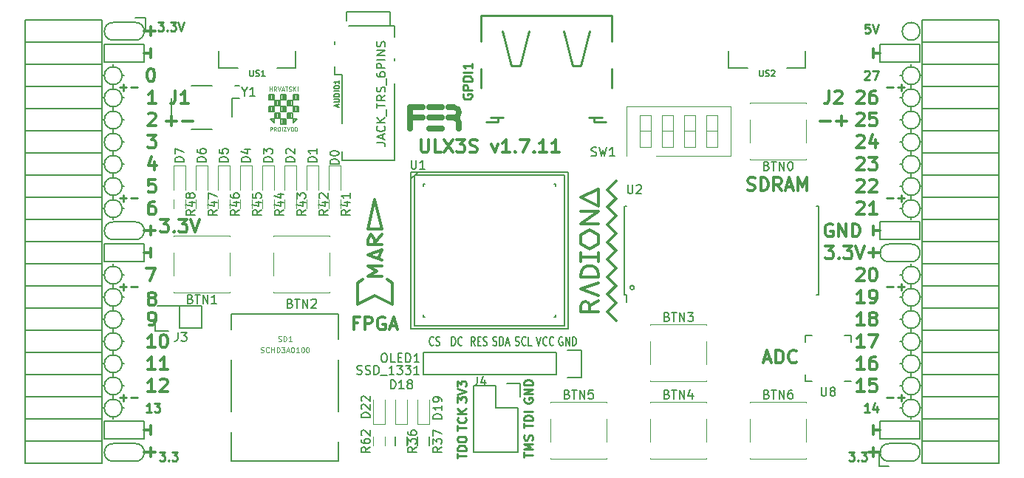
<source format=gto>
G04 #@! TF.FileFunction,Legend,Top*
%FSLAX46Y46*%
G04 Gerber Fmt 4.6, Leading zero omitted, Abs format (unit mm)*
G04 Created by KiCad (PCBNEW 4.0.7+dfsg1-1) date Fri Feb  2 20:30:48 2018*
%MOMM*%
%LPD*%
G01*
G04 APERTURE LIST*
%ADD10C,0.100000*%
%ADD11C,0.300000*%
%ADD12C,0.200000*%
%ADD13C,0.250000*%
%ADD14C,0.150000*%
%ADD15C,0.120000*%
%ADD16C,0.700000*%
%ADD17C,0.254000*%
%ADD18C,0.152400*%
%ADD19C,0.124460*%
%ADD20C,0.075000*%
G04 APERTURE END LIST*
D10*
D11*
X182492000Y-87582000D02*
X182492000Y-88598000D01*
X181984000Y-88090000D02*
X183254000Y-88090000D01*
X182492000Y-110442000D02*
X182492000Y-111458000D01*
X183254000Y-110950000D02*
X181984000Y-110950000D01*
X99688000Y-110442000D02*
X99688000Y-111458000D01*
X98926000Y-110950000D02*
X100196000Y-110950000D01*
X99688000Y-62182000D02*
X99688000Y-63198000D01*
X98926000Y-62690000D02*
X100196000Y-62690000D01*
X99688000Y-85042000D02*
X99688000Y-86058000D01*
X98926000Y-85550000D02*
X100196000Y-85550000D01*
D12*
X97910000Y-63706000D02*
G75*
G03X97910000Y-61674000I0J1016000D01*
G01*
X184270000Y-109934000D02*
G75*
G03X184270000Y-111966000I0J-1016000D01*
G01*
X95370000Y-111966000D02*
X97910000Y-111966000D01*
X95370000Y-109934000D02*
X97910000Y-109934000D01*
X97910000Y-111966000D02*
G75*
G03X97910000Y-109934000I0J1016000D01*
G01*
X95370000Y-109934000D02*
G75*
G03X95370000Y-111966000I0J-1016000D01*
G01*
X95370000Y-61674000D02*
X97910000Y-61674000D01*
X95370000Y-63706000D02*
X97910000Y-63706000D01*
X95370000Y-61674000D02*
G75*
G03X95370000Y-63706000I0J-1016000D01*
G01*
X95370000Y-84534000D02*
X97910000Y-84534000D01*
X95370000Y-86566000D02*
X97910000Y-86566000D01*
X95370000Y-84534000D02*
G75*
G03X95370000Y-86566000I0J-1016000D01*
G01*
X97910000Y-86566000D02*
G75*
G03X97910000Y-84534000I0J1016000D01*
G01*
X187826000Y-62690000D02*
G75*
G03X187826000Y-62690000I-1016000J0D01*
G01*
X184270000Y-89106000D02*
X186810000Y-89106000D01*
X184270000Y-87074000D02*
X186810000Y-87074000D01*
X184270000Y-87074000D02*
G75*
G03X184270000Y-89106000I0J-1016000D01*
G01*
X186810000Y-89106000D02*
G75*
G03X186810000Y-87074000I0J1016000D01*
G01*
X186810000Y-111966000D02*
X184270000Y-111966000D01*
X186810000Y-109934000D02*
X184270000Y-109934000D01*
X186810000Y-111966000D02*
G75*
G03X186810000Y-109934000I0J1016000D01*
G01*
X94354000Y-66246000D02*
X94354000Y-64214000D01*
X98926000Y-66246000D02*
X94354000Y-66246000D01*
X98926000Y-64214000D02*
X98926000Y-66246000D01*
X94354000Y-64214000D02*
X98926000Y-64214000D01*
X94354000Y-87074000D02*
X98926000Y-87074000D01*
X94354000Y-89106000D02*
X94354000Y-87074000D01*
X98926000Y-89106000D02*
X94354000Y-89106000D01*
X98926000Y-87074000D02*
X98926000Y-89106000D01*
X94354000Y-109426000D02*
X98926000Y-109426000D01*
X94354000Y-107394000D02*
X94354000Y-109426000D01*
X98926000Y-107394000D02*
X94354000Y-107394000D01*
X98926000Y-109426000D02*
X98926000Y-107394000D01*
X183254000Y-109426000D02*
X187826000Y-109426000D01*
X183254000Y-107394000D02*
X183254000Y-109426000D01*
X187826000Y-107394000D02*
X187826000Y-109426000D01*
X183254000Y-107394000D02*
X187826000Y-107394000D01*
X183254000Y-66246000D02*
X187826000Y-66246000D01*
X183254000Y-64214000D02*
X183254000Y-66246000D01*
X187826000Y-64214000D02*
X183254000Y-64214000D01*
X187826000Y-66246000D02*
X187826000Y-64214000D01*
X183254000Y-84534000D02*
X187826000Y-84534000D01*
X183254000Y-86566000D02*
X183254000Y-84534000D01*
X187826000Y-86566000D02*
X183254000Y-86566000D01*
X187826000Y-84534000D02*
X187826000Y-86566000D01*
D13*
X96148000Y-69111429D02*
X96909905Y-69111429D01*
X96528953Y-69492381D02*
X96528953Y-68730476D01*
X97386095Y-69111429D02*
X98148000Y-69111429D01*
X96148000Y-81811429D02*
X96909905Y-81811429D01*
X96528953Y-82192381D02*
X96528953Y-81430476D01*
X97386095Y-81811429D02*
X98148000Y-81811429D01*
X96148000Y-91971429D02*
X96909905Y-91971429D01*
X96528953Y-92352381D02*
X96528953Y-91590476D01*
X97386095Y-91971429D02*
X98148000Y-91971429D01*
X96148000Y-104671429D02*
X96909905Y-104671429D01*
X96528953Y-105052381D02*
X96528953Y-104290476D01*
X97386095Y-104671429D02*
X98148000Y-104671429D01*
X184032000Y-104671429D02*
X184793905Y-104671429D01*
X185270095Y-104671429D02*
X186032000Y-104671429D01*
X185651048Y-105052381D02*
X185651048Y-104290476D01*
X184032000Y-91971429D02*
X184793905Y-91971429D01*
X185270095Y-91971429D02*
X186032000Y-91971429D01*
X185651048Y-92352381D02*
X185651048Y-91590476D01*
X184032000Y-81811429D02*
X184793905Y-81811429D01*
X185270095Y-81811429D02*
X186032000Y-81811429D01*
X185651048Y-82192381D02*
X185651048Y-81430476D01*
X184032000Y-69111429D02*
X184793905Y-69111429D01*
X185270095Y-69111429D02*
X186032000Y-69111429D01*
X185651048Y-69492381D02*
X185651048Y-68730476D01*
D11*
X176420000Y-72957143D02*
X177562857Y-72957143D01*
X178277143Y-72957143D02*
X179420000Y-72957143D01*
X178848571Y-73528571D02*
X178848571Y-72385714D01*
D12*
X187826000Y-67770000D02*
G75*
G03X187826000Y-67770000I-1016000J0D01*
G01*
X187826000Y-70310000D02*
G75*
G03X187826000Y-70310000I-1016000J0D01*
G01*
X187826000Y-72850000D02*
G75*
G03X187826000Y-72850000I-1016000J0D01*
G01*
X187826000Y-75390000D02*
G75*
G03X187826000Y-75390000I-1016000J0D01*
G01*
X187826000Y-77930000D02*
G75*
G03X187826000Y-77930000I-1016000J0D01*
G01*
X187826000Y-80470000D02*
G75*
G03X187826000Y-80470000I-1016000J0D01*
G01*
X187826000Y-83010000D02*
G75*
G03X187826000Y-83010000I-1016000J0D01*
G01*
X187826000Y-90630000D02*
G75*
G03X187826000Y-90630000I-1016000J0D01*
G01*
X187826000Y-93170000D02*
G75*
G03X187826000Y-93170000I-1016000J0D01*
G01*
X187826000Y-95710000D02*
G75*
G03X187826000Y-95710000I-1016000J0D01*
G01*
X187826000Y-98250000D02*
G75*
G03X187826000Y-98250000I-1016000J0D01*
G01*
X187826000Y-100790000D02*
G75*
G03X187826000Y-100790000I-1016000J0D01*
G01*
X187826000Y-103330000D02*
G75*
G03X187826000Y-103330000I-1016000J0D01*
G01*
X187826000Y-105870000D02*
G75*
G03X187826000Y-105870000I-1016000J0D01*
G01*
X96386000Y-105870000D02*
G75*
G03X96386000Y-105870000I-1016000J0D01*
G01*
X96386000Y-103330000D02*
G75*
G03X96386000Y-103330000I-1016000J0D01*
G01*
X96386000Y-100790000D02*
G75*
G03X96386000Y-100790000I-1016000J0D01*
G01*
X96386000Y-98250000D02*
G75*
G03X96386000Y-98250000I-1016000J0D01*
G01*
X96386000Y-95710000D02*
G75*
G03X96386000Y-95710000I-1016000J0D01*
G01*
X96386000Y-93170000D02*
G75*
G03X96386000Y-93170000I-1016000J0D01*
G01*
X96386000Y-90630000D02*
G75*
G03X96386000Y-90630000I-1016000J0D01*
G01*
X96386000Y-83010000D02*
G75*
G03X96386000Y-83010000I-1016000J0D01*
G01*
X96386000Y-80470000D02*
G75*
G03X96386000Y-80470000I-1016000J0D01*
G01*
X96386000Y-77930000D02*
G75*
G03X96386000Y-77930000I-1016000J0D01*
G01*
X96386000Y-75390000D02*
G75*
G03X96386000Y-75390000I-1016000J0D01*
G01*
X96386000Y-72850000D02*
G75*
G03X96386000Y-72850000I-1016000J0D01*
G01*
X96386000Y-70310000D02*
G75*
G03X96386000Y-70310000I-1016000J0D01*
G01*
X96386000Y-67770000D02*
G75*
G03X96386000Y-67770000I-1016000J0D01*
G01*
D11*
X177793143Y-84800000D02*
X177650286Y-84728571D01*
X177436000Y-84728571D01*
X177221715Y-84800000D01*
X177078857Y-84942857D01*
X177007429Y-85085714D01*
X176936000Y-85371429D01*
X176936000Y-85585714D01*
X177007429Y-85871429D01*
X177078857Y-86014286D01*
X177221715Y-86157143D01*
X177436000Y-86228571D01*
X177578857Y-86228571D01*
X177793143Y-86157143D01*
X177864572Y-86085714D01*
X177864572Y-85585714D01*
X177578857Y-85585714D01*
X178507429Y-86228571D02*
X178507429Y-84728571D01*
X179364572Y-86228571D01*
X179364572Y-84728571D01*
X180078858Y-86228571D02*
X180078858Y-84728571D01*
X180436001Y-84728571D01*
X180650286Y-84800000D01*
X180793144Y-84942857D01*
X180864572Y-85085714D01*
X180936001Y-85371429D01*
X180936001Y-85585714D01*
X180864572Y-85871429D01*
X180793144Y-86014286D01*
X180650286Y-86157143D01*
X180436001Y-86228571D01*
X180078858Y-86228571D01*
X182492000Y-86058000D02*
X182492000Y-85042000D01*
X183254000Y-85550000D02*
X182492000Y-85550000D01*
X182492000Y-107902000D02*
X182492000Y-108918000D01*
X182492000Y-108410000D02*
X183254000Y-108410000D01*
D13*
X182047524Y-106322381D02*
X181476095Y-106322381D01*
X181761809Y-106322381D02*
X181761809Y-105322381D01*
X181666571Y-105465238D01*
X181571333Y-105560476D01*
X181476095Y-105608095D01*
X182904667Y-105655714D02*
X182904667Y-106322381D01*
X182666571Y-105274762D02*
X182428476Y-105989048D01*
X183047524Y-105989048D01*
X181476095Y-67317619D02*
X181523714Y-67270000D01*
X181618952Y-67222381D01*
X181857048Y-67222381D01*
X181952286Y-67270000D01*
X181999905Y-67317619D01*
X182047524Y-67412857D01*
X182047524Y-67508095D01*
X181999905Y-67650952D01*
X181428476Y-68222381D01*
X182047524Y-68222381D01*
X182380857Y-67222381D02*
X183047524Y-67222381D01*
X182618952Y-68222381D01*
D11*
X182492000Y-64722000D02*
X182492000Y-65738000D01*
X182492000Y-65230000D02*
X183254000Y-65230000D01*
X99688000Y-107902000D02*
X99688000Y-108918000D01*
X98926000Y-108410000D02*
X99688000Y-108410000D01*
X99315001Y-74568571D02*
X100243572Y-74568571D01*
X99743572Y-75140000D01*
X99957858Y-75140000D01*
X100100715Y-75211429D01*
X100172144Y-75282857D01*
X100243572Y-75425714D01*
X100243572Y-75782857D01*
X100172144Y-75925714D01*
X100100715Y-75997143D01*
X99957858Y-76068571D01*
X99529286Y-76068571D01*
X99386429Y-75997143D01*
X99315001Y-75925714D01*
X100100715Y-77608571D02*
X100100715Y-78608571D01*
X99743572Y-77037143D02*
X99386429Y-78108571D01*
X100315001Y-78108571D01*
X100172144Y-79648571D02*
X99457858Y-79648571D01*
X99386429Y-80362857D01*
X99457858Y-80291429D01*
X99600715Y-80220000D01*
X99957858Y-80220000D01*
X100100715Y-80291429D01*
X100172144Y-80362857D01*
X100243572Y-80505714D01*
X100243572Y-80862857D01*
X100172144Y-81005714D01*
X100100715Y-81077143D01*
X99957858Y-81148571D01*
X99600715Y-81148571D01*
X99457858Y-81077143D01*
X99386429Y-81005714D01*
D13*
X99751524Y-106322381D02*
X99180095Y-106322381D01*
X99465809Y-106322381D02*
X99465809Y-105322381D01*
X99370571Y-105465238D01*
X99275333Y-105560476D01*
X99180095Y-105608095D01*
X100084857Y-105322381D02*
X100703905Y-105322381D01*
X100370571Y-105703333D01*
X100513429Y-105703333D01*
X100608667Y-105750952D01*
X100656286Y-105798571D01*
X100703905Y-105893810D01*
X100703905Y-106131905D01*
X100656286Y-106227143D01*
X100608667Y-106274762D01*
X100513429Y-106322381D01*
X100227714Y-106322381D01*
X100132476Y-106274762D01*
X100084857Y-106227143D01*
D11*
X99188001Y-89808571D02*
X100188001Y-89808571D01*
X99545144Y-91308571D01*
X99688000Y-87582000D02*
X99688000Y-88598000D01*
X98926000Y-88090000D02*
X99688000Y-88090000D01*
X99688000Y-64722000D02*
X99688000Y-65738000D01*
X98926000Y-65230000D02*
X99688000Y-65230000D01*
D13*
X100497810Y-61634381D02*
X101116858Y-61634381D01*
X100783524Y-62015333D01*
X100926382Y-62015333D01*
X101021620Y-62062952D01*
X101069239Y-62110571D01*
X101116858Y-62205810D01*
X101116858Y-62443905D01*
X101069239Y-62539143D01*
X101021620Y-62586762D01*
X100926382Y-62634381D01*
X100640667Y-62634381D01*
X100545429Y-62586762D01*
X100497810Y-62539143D01*
X101545429Y-62539143D02*
X101593048Y-62586762D01*
X101545429Y-62634381D01*
X101497810Y-62586762D01*
X101545429Y-62539143D01*
X101545429Y-62634381D01*
X101926381Y-61634381D02*
X102545429Y-61634381D01*
X102212095Y-62015333D01*
X102354953Y-62015333D01*
X102450191Y-62062952D01*
X102497810Y-62110571D01*
X102545429Y-62205810D01*
X102545429Y-62443905D01*
X102497810Y-62539143D01*
X102450191Y-62586762D01*
X102354953Y-62634381D01*
X102069238Y-62634381D01*
X101974000Y-62586762D01*
X101926381Y-62539143D01*
X102831143Y-61634381D02*
X103164476Y-62634381D01*
X103497810Y-61634381D01*
X179666381Y-110910381D02*
X180285429Y-110910381D01*
X179952095Y-111291333D01*
X180094953Y-111291333D01*
X180190191Y-111338952D01*
X180237810Y-111386571D01*
X180285429Y-111481810D01*
X180285429Y-111719905D01*
X180237810Y-111815143D01*
X180190191Y-111862762D01*
X180094953Y-111910381D01*
X179809238Y-111910381D01*
X179714000Y-111862762D01*
X179666381Y-111815143D01*
X180714000Y-111815143D02*
X180761619Y-111862762D01*
X180714000Y-111910381D01*
X180666381Y-111862762D01*
X180714000Y-111815143D01*
X180714000Y-111910381D01*
X181094952Y-110910381D02*
X181714000Y-110910381D01*
X181380666Y-111291333D01*
X181523524Y-111291333D01*
X181618762Y-111338952D01*
X181666381Y-111386571D01*
X181714000Y-111481810D01*
X181714000Y-111719905D01*
X181666381Y-111815143D01*
X181618762Y-111862762D01*
X181523524Y-111910381D01*
X181237809Y-111910381D01*
X181142571Y-111862762D01*
X181094952Y-111815143D01*
D11*
X100775715Y-84220571D02*
X101704286Y-84220571D01*
X101204286Y-84792000D01*
X101418572Y-84792000D01*
X101561429Y-84863429D01*
X101632858Y-84934857D01*
X101704286Y-85077714D01*
X101704286Y-85434857D01*
X101632858Y-85577714D01*
X101561429Y-85649143D01*
X101418572Y-85720571D01*
X100990000Y-85720571D01*
X100847143Y-85649143D01*
X100775715Y-85577714D01*
X102347143Y-85577714D02*
X102418571Y-85649143D01*
X102347143Y-85720571D01*
X102275714Y-85649143D01*
X102347143Y-85577714D01*
X102347143Y-85720571D01*
X102918572Y-84220571D02*
X103847143Y-84220571D01*
X103347143Y-84792000D01*
X103561429Y-84792000D01*
X103704286Y-84863429D01*
X103775715Y-84934857D01*
X103847143Y-85077714D01*
X103847143Y-85434857D01*
X103775715Y-85577714D01*
X103704286Y-85649143D01*
X103561429Y-85720571D01*
X103132857Y-85720571D01*
X102990000Y-85649143D01*
X102918572Y-85577714D01*
X104275714Y-84220571D02*
X104775714Y-85720571D01*
X105275714Y-84220571D01*
D13*
X100672381Y-110910381D02*
X101291429Y-110910381D01*
X100958095Y-111291333D01*
X101100953Y-111291333D01*
X101196191Y-111338952D01*
X101243810Y-111386571D01*
X101291429Y-111481810D01*
X101291429Y-111719905D01*
X101243810Y-111815143D01*
X101196191Y-111862762D01*
X101100953Y-111910381D01*
X100815238Y-111910381D01*
X100720000Y-111862762D01*
X100672381Y-111815143D01*
X101720000Y-111815143D02*
X101767619Y-111862762D01*
X101720000Y-111910381D01*
X101672381Y-111862762D01*
X101720000Y-111815143D01*
X101720000Y-111910381D01*
X102100952Y-110910381D02*
X102720000Y-110910381D01*
X102386666Y-111291333D01*
X102529524Y-111291333D01*
X102624762Y-111338952D01*
X102672381Y-111386571D01*
X102720000Y-111481810D01*
X102720000Y-111719905D01*
X102672381Y-111815143D01*
X102624762Y-111862762D01*
X102529524Y-111910381D01*
X102243809Y-111910381D01*
X102148571Y-111862762D01*
X102100952Y-111815143D01*
X182047524Y-61888381D02*
X181571333Y-61888381D01*
X181523714Y-62364571D01*
X181571333Y-62316952D01*
X181666571Y-62269333D01*
X181904667Y-62269333D01*
X181999905Y-62316952D01*
X182047524Y-62364571D01*
X182095143Y-62459810D01*
X182095143Y-62697905D01*
X182047524Y-62793143D01*
X181999905Y-62840762D01*
X181904667Y-62888381D01*
X181666571Y-62888381D01*
X181571333Y-62840762D01*
X181523714Y-62793143D01*
X182380857Y-61888381D02*
X182714190Y-62888381D01*
X183047524Y-61888381D01*
D11*
X180587143Y-69631429D02*
X180658572Y-69560000D01*
X180801429Y-69488571D01*
X181158572Y-69488571D01*
X181301429Y-69560000D01*
X181372858Y-69631429D01*
X181444286Y-69774286D01*
X181444286Y-69917143D01*
X181372858Y-70131429D01*
X180515715Y-70988571D01*
X181444286Y-70988571D01*
X182730000Y-69488571D02*
X182444286Y-69488571D01*
X182301429Y-69560000D01*
X182230000Y-69631429D01*
X182087143Y-69845714D01*
X182015714Y-70131429D01*
X182015714Y-70702857D01*
X182087143Y-70845714D01*
X182158571Y-70917143D01*
X182301429Y-70988571D01*
X182587143Y-70988571D01*
X182730000Y-70917143D01*
X182801429Y-70845714D01*
X182872857Y-70702857D01*
X182872857Y-70345714D01*
X182801429Y-70202857D01*
X182730000Y-70131429D01*
X182587143Y-70060000D01*
X182301429Y-70060000D01*
X182158571Y-70131429D01*
X182087143Y-70202857D01*
X182015714Y-70345714D01*
X180587143Y-72171429D02*
X180658572Y-72100000D01*
X180801429Y-72028571D01*
X181158572Y-72028571D01*
X181301429Y-72100000D01*
X181372858Y-72171429D01*
X181444286Y-72314286D01*
X181444286Y-72457143D01*
X181372858Y-72671429D01*
X180515715Y-73528571D01*
X181444286Y-73528571D01*
X182801429Y-72028571D02*
X182087143Y-72028571D01*
X182015714Y-72742857D01*
X182087143Y-72671429D01*
X182230000Y-72600000D01*
X182587143Y-72600000D01*
X182730000Y-72671429D01*
X182801429Y-72742857D01*
X182872857Y-72885714D01*
X182872857Y-73242857D01*
X182801429Y-73385714D01*
X182730000Y-73457143D01*
X182587143Y-73528571D01*
X182230000Y-73528571D01*
X182087143Y-73457143D01*
X182015714Y-73385714D01*
X180587143Y-74711429D02*
X180658572Y-74640000D01*
X180801429Y-74568571D01*
X181158572Y-74568571D01*
X181301429Y-74640000D01*
X181372858Y-74711429D01*
X181444286Y-74854286D01*
X181444286Y-74997143D01*
X181372858Y-75211429D01*
X180515715Y-76068571D01*
X181444286Y-76068571D01*
X182730000Y-75068571D02*
X182730000Y-76068571D01*
X182372857Y-74497143D02*
X182015714Y-75568571D01*
X182944286Y-75568571D01*
X180587143Y-77251429D02*
X180658572Y-77180000D01*
X180801429Y-77108571D01*
X181158572Y-77108571D01*
X181301429Y-77180000D01*
X181372858Y-77251429D01*
X181444286Y-77394286D01*
X181444286Y-77537143D01*
X181372858Y-77751429D01*
X180515715Y-78608571D01*
X181444286Y-78608571D01*
X181944286Y-77108571D02*
X182872857Y-77108571D01*
X182372857Y-77680000D01*
X182587143Y-77680000D01*
X182730000Y-77751429D01*
X182801429Y-77822857D01*
X182872857Y-77965714D01*
X182872857Y-78322857D01*
X182801429Y-78465714D01*
X182730000Y-78537143D01*
X182587143Y-78608571D01*
X182158571Y-78608571D01*
X182015714Y-78537143D01*
X181944286Y-78465714D01*
X180587143Y-79791429D02*
X180658572Y-79720000D01*
X180801429Y-79648571D01*
X181158572Y-79648571D01*
X181301429Y-79720000D01*
X181372858Y-79791429D01*
X181444286Y-79934286D01*
X181444286Y-80077143D01*
X181372858Y-80291429D01*
X180515715Y-81148571D01*
X181444286Y-81148571D01*
X182015714Y-79791429D02*
X182087143Y-79720000D01*
X182230000Y-79648571D01*
X182587143Y-79648571D01*
X182730000Y-79720000D01*
X182801429Y-79791429D01*
X182872857Y-79934286D01*
X182872857Y-80077143D01*
X182801429Y-80291429D01*
X181944286Y-81148571D01*
X182872857Y-81148571D01*
X180587143Y-82331429D02*
X180658572Y-82260000D01*
X180801429Y-82188571D01*
X181158572Y-82188571D01*
X181301429Y-82260000D01*
X181372858Y-82331429D01*
X181444286Y-82474286D01*
X181444286Y-82617143D01*
X181372858Y-82831429D01*
X180515715Y-83688571D01*
X181444286Y-83688571D01*
X182872857Y-83688571D02*
X182015714Y-83688571D01*
X182444286Y-83688571D02*
X182444286Y-82188571D01*
X182301429Y-82402857D01*
X182158571Y-82545714D01*
X182015714Y-82617143D01*
X176975715Y-87268571D02*
X177904286Y-87268571D01*
X177404286Y-87840000D01*
X177618572Y-87840000D01*
X177761429Y-87911429D01*
X177832858Y-87982857D01*
X177904286Y-88125714D01*
X177904286Y-88482857D01*
X177832858Y-88625714D01*
X177761429Y-88697143D01*
X177618572Y-88768571D01*
X177190000Y-88768571D01*
X177047143Y-88697143D01*
X176975715Y-88625714D01*
X178547143Y-88625714D02*
X178618571Y-88697143D01*
X178547143Y-88768571D01*
X178475714Y-88697143D01*
X178547143Y-88625714D01*
X178547143Y-88768571D01*
X179118572Y-87268571D02*
X180047143Y-87268571D01*
X179547143Y-87840000D01*
X179761429Y-87840000D01*
X179904286Y-87911429D01*
X179975715Y-87982857D01*
X180047143Y-88125714D01*
X180047143Y-88482857D01*
X179975715Y-88625714D01*
X179904286Y-88697143D01*
X179761429Y-88768571D01*
X179332857Y-88768571D01*
X179190000Y-88697143D01*
X179118572Y-88625714D01*
X180475714Y-87268571D02*
X180975714Y-88768571D01*
X181475714Y-87268571D01*
X180587143Y-89951429D02*
X180658572Y-89880000D01*
X180801429Y-89808571D01*
X181158572Y-89808571D01*
X181301429Y-89880000D01*
X181372858Y-89951429D01*
X181444286Y-90094286D01*
X181444286Y-90237143D01*
X181372858Y-90451429D01*
X180515715Y-91308571D01*
X181444286Y-91308571D01*
X182372857Y-89808571D02*
X182515714Y-89808571D01*
X182658571Y-89880000D01*
X182730000Y-89951429D01*
X182801429Y-90094286D01*
X182872857Y-90380000D01*
X182872857Y-90737143D01*
X182801429Y-91022857D01*
X182730000Y-91165714D01*
X182658571Y-91237143D01*
X182515714Y-91308571D01*
X182372857Y-91308571D01*
X182230000Y-91237143D01*
X182158571Y-91165714D01*
X182087143Y-91022857D01*
X182015714Y-90737143D01*
X182015714Y-90380000D01*
X182087143Y-90094286D01*
X182158571Y-89951429D01*
X182230000Y-89880000D01*
X182372857Y-89808571D01*
X181444286Y-93848571D02*
X180587143Y-93848571D01*
X181015715Y-93848571D02*
X181015715Y-92348571D01*
X180872858Y-92562857D01*
X180730000Y-92705714D01*
X180587143Y-92777143D01*
X182158571Y-93848571D02*
X182444286Y-93848571D01*
X182587143Y-93777143D01*
X182658571Y-93705714D01*
X182801429Y-93491429D01*
X182872857Y-93205714D01*
X182872857Y-92634286D01*
X182801429Y-92491429D01*
X182730000Y-92420000D01*
X182587143Y-92348571D01*
X182301429Y-92348571D01*
X182158571Y-92420000D01*
X182087143Y-92491429D01*
X182015714Y-92634286D01*
X182015714Y-92991429D01*
X182087143Y-93134286D01*
X182158571Y-93205714D01*
X182301429Y-93277143D01*
X182587143Y-93277143D01*
X182730000Y-93205714D01*
X182801429Y-93134286D01*
X182872857Y-92991429D01*
X181444286Y-96388571D02*
X180587143Y-96388571D01*
X181015715Y-96388571D02*
X181015715Y-94888571D01*
X180872858Y-95102857D01*
X180730000Y-95245714D01*
X180587143Y-95317143D01*
X182301429Y-95531429D02*
X182158571Y-95460000D01*
X182087143Y-95388571D01*
X182015714Y-95245714D01*
X182015714Y-95174286D01*
X182087143Y-95031429D01*
X182158571Y-94960000D01*
X182301429Y-94888571D01*
X182587143Y-94888571D01*
X182730000Y-94960000D01*
X182801429Y-95031429D01*
X182872857Y-95174286D01*
X182872857Y-95245714D01*
X182801429Y-95388571D01*
X182730000Y-95460000D01*
X182587143Y-95531429D01*
X182301429Y-95531429D01*
X182158571Y-95602857D01*
X182087143Y-95674286D01*
X182015714Y-95817143D01*
X182015714Y-96102857D01*
X182087143Y-96245714D01*
X182158571Y-96317143D01*
X182301429Y-96388571D01*
X182587143Y-96388571D01*
X182730000Y-96317143D01*
X182801429Y-96245714D01*
X182872857Y-96102857D01*
X182872857Y-95817143D01*
X182801429Y-95674286D01*
X182730000Y-95602857D01*
X182587143Y-95531429D01*
X181444286Y-98928571D02*
X180587143Y-98928571D01*
X181015715Y-98928571D02*
X181015715Y-97428571D01*
X180872858Y-97642857D01*
X180730000Y-97785714D01*
X180587143Y-97857143D01*
X181944286Y-97428571D02*
X182944286Y-97428571D01*
X182301429Y-98928571D01*
X181444286Y-101468571D02*
X180587143Y-101468571D01*
X181015715Y-101468571D02*
X181015715Y-99968571D01*
X180872858Y-100182857D01*
X180730000Y-100325714D01*
X180587143Y-100397143D01*
X182730000Y-99968571D02*
X182444286Y-99968571D01*
X182301429Y-100040000D01*
X182230000Y-100111429D01*
X182087143Y-100325714D01*
X182015714Y-100611429D01*
X182015714Y-101182857D01*
X182087143Y-101325714D01*
X182158571Y-101397143D01*
X182301429Y-101468571D01*
X182587143Y-101468571D01*
X182730000Y-101397143D01*
X182801429Y-101325714D01*
X182872857Y-101182857D01*
X182872857Y-100825714D01*
X182801429Y-100682857D01*
X182730000Y-100611429D01*
X182587143Y-100540000D01*
X182301429Y-100540000D01*
X182158571Y-100611429D01*
X182087143Y-100682857D01*
X182015714Y-100825714D01*
X181444286Y-104008571D02*
X180587143Y-104008571D01*
X181015715Y-104008571D02*
X181015715Y-102508571D01*
X180872858Y-102722857D01*
X180730000Y-102865714D01*
X180587143Y-102937143D01*
X182801429Y-102508571D02*
X182087143Y-102508571D01*
X182015714Y-103222857D01*
X182087143Y-103151429D01*
X182230000Y-103080000D01*
X182587143Y-103080000D01*
X182730000Y-103151429D01*
X182801429Y-103222857D01*
X182872857Y-103365714D01*
X182872857Y-103722857D01*
X182801429Y-103865714D01*
X182730000Y-103937143D01*
X182587143Y-104008571D01*
X182230000Y-104008571D01*
X182087143Y-103937143D01*
X182015714Y-103865714D01*
D12*
X186810000Y-66500000D02*
X186810000Y-66754000D01*
X187826000Y-67770000D02*
X188080000Y-67770000D01*
X185540000Y-67770000D02*
X185794000Y-67770000D01*
X186810000Y-69294000D02*
X186810000Y-68786000D01*
X187826000Y-70310000D02*
X188080000Y-70310000D01*
X185540000Y-70310000D02*
X185794000Y-70310000D01*
X186810000Y-71326000D02*
X186810000Y-71834000D01*
X187826000Y-72850000D02*
X188080000Y-72850000D01*
X185540000Y-72850000D02*
X185794000Y-72850000D01*
X186810000Y-73866000D02*
X186810000Y-74374000D01*
X187826000Y-75390000D02*
X188080000Y-75390000D01*
X185540000Y-75390000D02*
X185794000Y-75390000D01*
X186810000Y-76406000D02*
X186810000Y-76914000D01*
X187826000Y-77930000D02*
X188080000Y-77930000D01*
X185540000Y-77930000D02*
X185794000Y-77930000D01*
X186810000Y-79454000D02*
X186810000Y-78946000D01*
X187826000Y-80470000D02*
X188080000Y-80470000D01*
X185540000Y-80470000D02*
X185794000Y-80470000D01*
X186810000Y-81994000D02*
X186810000Y-81486000D01*
X187826000Y-83010000D02*
X188080000Y-83010000D01*
X185540000Y-83010000D02*
X185794000Y-83010000D01*
X186810000Y-84026000D02*
X186810000Y-84280000D01*
X186810000Y-89360000D02*
X186810000Y-89614000D01*
X187826000Y-90630000D02*
X188080000Y-90630000D01*
X185540000Y-90630000D02*
X185794000Y-90630000D01*
X186810000Y-91646000D02*
X186810000Y-92154000D01*
X187826000Y-93170000D02*
X188080000Y-93170000D01*
X185540000Y-93170000D02*
X185794000Y-93170000D01*
X186810000Y-94186000D02*
X186810000Y-94694000D01*
X187826000Y-95710000D02*
X188080000Y-95710000D01*
X185540000Y-95710000D02*
X185794000Y-95710000D01*
X186810000Y-97234000D02*
X186810000Y-96726000D01*
X187826000Y-98250000D02*
X188080000Y-98250000D01*
X185540000Y-98250000D02*
X185794000Y-98250000D01*
X187826000Y-100790000D02*
X188080000Y-100790000D01*
X185540000Y-100790000D02*
X185794000Y-100790000D01*
X186810000Y-99266000D02*
X186810000Y-99774000D01*
X186810000Y-102314000D02*
X186810000Y-101806000D01*
X187826000Y-103330000D02*
X188080000Y-103330000D01*
X185540000Y-103330000D02*
X185794000Y-103330000D01*
X186810000Y-104346000D02*
X186810000Y-104854000D01*
X185540000Y-105870000D02*
X185794000Y-105870000D01*
X187826000Y-105870000D02*
X188080000Y-105870000D01*
X186810000Y-106886000D02*
X186810000Y-107140000D01*
X95370000Y-66754000D02*
X95370000Y-66500000D01*
X96386000Y-67770000D02*
X96640000Y-67770000D01*
X94100000Y-67770000D02*
X94354000Y-67770000D01*
X95370000Y-68786000D02*
X95370000Y-69294000D01*
X96386000Y-70310000D02*
X96640000Y-70310000D01*
X94100000Y-70310000D02*
X94354000Y-70310000D01*
X95370000Y-71326000D02*
X95370000Y-71834000D01*
X96386000Y-72850000D02*
X96640000Y-72850000D01*
X94100000Y-72850000D02*
X94354000Y-72850000D01*
X95370000Y-73866000D02*
X95370000Y-74374000D01*
X96386000Y-75390000D02*
X96640000Y-75390000D01*
X95370000Y-76406000D02*
X95370000Y-76914000D01*
X96386000Y-77930000D02*
X96640000Y-77930000D01*
X94100000Y-77930000D02*
X94354000Y-77930000D01*
X95370000Y-79454000D02*
X95370000Y-78946000D01*
X96386000Y-80470000D02*
X96640000Y-80470000D01*
X94100000Y-80470000D02*
X94354000Y-80470000D01*
X95370000Y-81486000D02*
X95370000Y-81994000D01*
X96386000Y-83010000D02*
X96640000Y-83010000D01*
X95370000Y-84026000D02*
X95370000Y-84280000D01*
X94100000Y-83010000D02*
X94354000Y-83010000D01*
X95370000Y-106886000D02*
X95370000Y-107140000D01*
X95370000Y-89360000D02*
X95370000Y-89614000D01*
X96386000Y-93170000D02*
X96640000Y-93170000D01*
X94100000Y-93170000D02*
X94354000Y-93170000D01*
X95370000Y-94186000D02*
X95370000Y-94694000D01*
X94100000Y-90630000D02*
X94354000Y-90630000D01*
X96386000Y-90630000D02*
X96640000Y-90630000D01*
X95370000Y-92154000D02*
X95370000Y-91646000D01*
X96386000Y-95710000D02*
X96640000Y-95710000D01*
X94100000Y-95710000D02*
X94354000Y-95710000D01*
X96386000Y-98250000D02*
X96640000Y-98250000D01*
X94354000Y-98250000D02*
X94100000Y-98250000D01*
X95370000Y-96726000D02*
X95370000Y-97234000D01*
X95370000Y-99266000D02*
X95370000Y-99774000D01*
X94100000Y-100790000D02*
X94354000Y-100790000D01*
X96386000Y-100790000D02*
X96640000Y-100790000D01*
X94100000Y-103330000D02*
X94354000Y-103330000D01*
X96386000Y-103330000D02*
X96640000Y-103330000D01*
X95370000Y-101806000D02*
X95370000Y-102314000D01*
X95370000Y-104346000D02*
X95370000Y-104854000D01*
X96386000Y-105870000D02*
X96640000Y-105870000D01*
X94100000Y-105870000D02*
X94354000Y-105870000D01*
D11*
X101490000Y-72957143D02*
X102632857Y-72957143D01*
X102061428Y-73528571D02*
X102061428Y-72385714D01*
X103347143Y-72957143D02*
X104490000Y-72957143D01*
X100164286Y-104008571D02*
X99307143Y-104008571D01*
X99735715Y-104008571D02*
X99735715Y-102508571D01*
X99592858Y-102722857D01*
X99450000Y-102865714D01*
X99307143Y-102937143D01*
X100735714Y-102651429D02*
X100807143Y-102580000D01*
X100950000Y-102508571D01*
X101307143Y-102508571D01*
X101450000Y-102580000D01*
X101521429Y-102651429D01*
X101592857Y-102794286D01*
X101592857Y-102937143D01*
X101521429Y-103151429D01*
X100664286Y-104008571D01*
X101592857Y-104008571D01*
X100164286Y-101468571D02*
X99307143Y-101468571D01*
X99735715Y-101468571D02*
X99735715Y-99968571D01*
X99592858Y-100182857D01*
X99450000Y-100325714D01*
X99307143Y-100397143D01*
X101592857Y-101468571D02*
X100735714Y-101468571D01*
X101164286Y-101468571D02*
X101164286Y-99968571D01*
X101021429Y-100182857D01*
X100878571Y-100325714D01*
X100735714Y-100397143D01*
X100164286Y-98928571D02*
X99307143Y-98928571D01*
X99735715Y-98928571D02*
X99735715Y-97428571D01*
X99592858Y-97642857D01*
X99450000Y-97785714D01*
X99307143Y-97857143D01*
X101092857Y-97428571D02*
X101235714Y-97428571D01*
X101378571Y-97500000D01*
X101450000Y-97571429D01*
X101521429Y-97714286D01*
X101592857Y-98000000D01*
X101592857Y-98357143D01*
X101521429Y-98642857D01*
X101450000Y-98785714D01*
X101378571Y-98857143D01*
X101235714Y-98928571D01*
X101092857Y-98928571D01*
X100950000Y-98857143D01*
X100878571Y-98785714D01*
X100807143Y-98642857D01*
X100735714Y-98357143D01*
X100735714Y-98000000D01*
X100807143Y-97714286D01*
X100878571Y-97571429D01*
X100950000Y-97500000D01*
X101092857Y-97428571D01*
X99529286Y-96388571D02*
X99815001Y-96388571D01*
X99957858Y-96317143D01*
X100029286Y-96245714D01*
X100172144Y-96031429D01*
X100243572Y-95745714D01*
X100243572Y-95174286D01*
X100172144Y-95031429D01*
X100100715Y-94960000D01*
X99957858Y-94888571D01*
X99672144Y-94888571D01*
X99529286Y-94960000D01*
X99457858Y-95031429D01*
X99386429Y-95174286D01*
X99386429Y-95531429D01*
X99457858Y-95674286D01*
X99529286Y-95745714D01*
X99672144Y-95817143D01*
X99957858Y-95817143D01*
X100100715Y-95745714D01*
X100172144Y-95674286D01*
X100243572Y-95531429D01*
X99672144Y-93245429D02*
X99529286Y-93174000D01*
X99457858Y-93102571D01*
X99386429Y-92959714D01*
X99386429Y-92888286D01*
X99457858Y-92745429D01*
X99529286Y-92674000D01*
X99672144Y-92602571D01*
X99957858Y-92602571D01*
X100100715Y-92674000D01*
X100172144Y-92745429D01*
X100243572Y-92888286D01*
X100243572Y-92959714D01*
X100172144Y-93102571D01*
X100100715Y-93174000D01*
X99957858Y-93245429D01*
X99672144Y-93245429D01*
X99529286Y-93316857D01*
X99457858Y-93388286D01*
X99386429Y-93531143D01*
X99386429Y-93816857D01*
X99457858Y-93959714D01*
X99529286Y-94031143D01*
X99672144Y-94102571D01*
X99957858Y-94102571D01*
X100100715Y-94031143D01*
X100172144Y-93959714D01*
X100243572Y-93816857D01*
X100243572Y-93531143D01*
X100172144Y-93388286D01*
X100100715Y-93316857D01*
X99957858Y-93245429D01*
X100100715Y-82188571D02*
X99815001Y-82188571D01*
X99672144Y-82260000D01*
X99600715Y-82331429D01*
X99457858Y-82545714D01*
X99386429Y-82831429D01*
X99386429Y-83402857D01*
X99457858Y-83545714D01*
X99529286Y-83617143D01*
X99672144Y-83688571D01*
X99957858Y-83688571D01*
X100100715Y-83617143D01*
X100172144Y-83545714D01*
X100243572Y-83402857D01*
X100243572Y-83045714D01*
X100172144Y-82902857D01*
X100100715Y-82831429D01*
X99957858Y-82760000D01*
X99672144Y-82760000D01*
X99529286Y-82831429D01*
X99457858Y-82902857D01*
X99386429Y-83045714D01*
X99386429Y-72171429D02*
X99457858Y-72100000D01*
X99600715Y-72028571D01*
X99957858Y-72028571D01*
X100100715Y-72100000D01*
X100172144Y-72171429D01*
X100243572Y-72314286D01*
X100243572Y-72457143D01*
X100172144Y-72671429D01*
X99315001Y-73528571D01*
X100243572Y-73528571D01*
X100243572Y-70988571D02*
X99386429Y-70988571D01*
X99815001Y-70988571D02*
X99815001Y-69488571D01*
X99672144Y-69702857D01*
X99529286Y-69845714D01*
X99386429Y-69917143D01*
X99616572Y-66948571D02*
X99759429Y-66948571D01*
X99902286Y-67020000D01*
X99973715Y-67091429D01*
X100045144Y-67234286D01*
X100116572Y-67520000D01*
X100116572Y-67877143D01*
X100045144Y-68162857D01*
X99973715Y-68305714D01*
X99902286Y-68377143D01*
X99759429Y-68448571D01*
X99616572Y-68448571D01*
X99473715Y-68377143D01*
X99402286Y-68305714D01*
X99330858Y-68162857D01*
X99259429Y-67877143D01*
X99259429Y-67520000D01*
X99330858Y-67234286D01*
X99402286Y-67091429D01*
X99473715Y-67020000D01*
X99616572Y-66948571D01*
X130657144Y-75076571D02*
X130657144Y-76290857D01*
X130728572Y-76433714D01*
X130800001Y-76505143D01*
X130942858Y-76576571D01*
X131228572Y-76576571D01*
X131371430Y-76505143D01*
X131442858Y-76433714D01*
X131514287Y-76290857D01*
X131514287Y-75076571D01*
X132942859Y-76576571D02*
X132228573Y-76576571D01*
X132228573Y-75076571D01*
X133300002Y-75076571D02*
X134300002Y-76576571D01*
X134300002Y-75076571D02*
X133300002Y-76576571D01*
X134728573Y-75076571D02*
X135657144Y-75076571D01*
X135157144Y-75648000D01*
X135371430Y-75648000D01*
X135514287Y-75719429D01*
X135585716Y-75790857D01*
X135657144Y-75933714D01*
X135657144Y-76290857D01*
X135585716Y-76433714D01*
X135514287Y-76505143D01*
X135371430Y-76576571D01*
X134942858Y-76576571D01*
X134800001Y-76505143D01*
X134728573Y-76433714D01*
X136228572Y-76505143D02*
X136442858Y-76576571D01*
X136800001Y-76576571D01*
X136942858Y-76505143D01*
X137014287Y-76433714D01*
X137085715Y-76290857D01*
X137085715Y-76148000D01*
X137014287Y-76005143D01*
X136942858Y-75933714D01*
X136800001Y-75862286D01*
X136514287Y-75790857D01*
X136371429Y-75719429D01*
X136300001Y-75648000D01*
X136228572Y-75505143D01*
X136228572Y-75362286D01*
X136300001Y-75219429D01*
X136371429Y-75148000D01*
X136514287Y-75076571D01*
X136871429Y-75076571D01*
X137085715Y-75148000D01*
X138728572Y-75576571D02*
X139085715Y-76576571D01*
X139442857Y-75576571D01*
X140800000Y-76576571D02*
X139942857Y-76576571D01*
X140371429Y-76576571D02*
X140371429Y-75076571D01*
X140228572Y-75290857D01*
X140085714Y-75433714D01*
X139942857Y-75505143D01*
X141442857Y-76433714D02*
X141514285Y-76505143D01*
X141442857Y-76576571D01*
X141371428Y-76505143D01*
X141442857Y-76433714D01*
X141442857Y-76576571D01*
X142014286Y-75076571D02*
X143014286Y-75076571D01*
X142371429Y-76576571D01*
X143585714Y-76433714D02*
X143657142Y-76505143D01*
X143585714Y-76576571D01*
X143514285Y-76505143D01*
X143585714Y-76433714D01*
X143585714Y-76576571D01*
X145085714Y-76576571D02*
X144228571Y-76576571D01*
X144657143Y-76576571D02*
X144657143Y-75076571D01*
X144514286Y-75290857D01*
X144371428Y-75433714D01*
X144228571Y-75505143D01*
X146514285Y-76576571D02*
X145657142Y-76576571D01*
X146085714Y-76576571D02*
X146085714Y-75076571D01*
X145942857Y-75290857D01*
X145799999Y-75433714D01*
X145657142Y-75505143D01*
X123413429Y-96110857D02*
X122913429Y-96110857D01*
X122913429Y-96896571D02*
X122913429Y-95396571D01*
X123627715Y-95396571D01*
X124199143Y-96896571D02*
X124199143Y-95396571D01*
X124770571Y-95396571D01*
X124913429Y-95468000D01*
X124984857Y-95539429D01*
X125056286Y-95682286D01*
X125056286Y-95896571D01*
X124984857Y-96039429D01*
X124913429Y-96110857D01*
X124770571Y-96182286D01*
X124199143Y-96182286D01*
X126484857Y-95468000D02*
X126342000Y-95396571D01*
X126127714Y-95396571D01*
X125913429Y-95468000D01*
X125770571Y-95610857D01*
X125699143Y-95753714D01*
X125627714Y-96039429D01*
X125627714Y-96253714D01*
X125699143Y-96539429D01*
X125770571Y-96682286D01*
X125913429Y-96825143D01*
X126127714Y-96896571D01*
X126270571Y-96896571D01*
X126484857Y-96825143D01*
X126556286Y-96753714D01*
X126556286Y-96253714D01*
X126270571Y-96253714D01*
X127127714Y-96468000D02*
X127842000Y-96468000D01*
X126984857Y-96896571D02*
X127484857Y-95396571D01*
X127984857Y-96896571D01*
X168077929Y-80886643D02*
X168292215Y-80958071D01*
X168649358Y-80958071D01*
X168792215Y-80886643D01*
X168863644Y-80815214D01*
X168935072Y-80672357D01*
X168935072Y-80529500D01*
X168863644Y-80386643D01*
X168792215Y-80315214D01*
X168649358Y-80243786D01*
X168363644Y-80172357D01*
X168220786Y-80100929D01*
X168149358Y-80029500D01*
X168077929Y-79886643D01*
X168077929Y-79743786D01*
X168149358Y-79600929D01*
X168220786Y-79529500D01*
X168363644Y-79458071D01*
X168720786Y-79458071D01*
X168935072Y-79529500D01*
X169577929Y-80958071D02*
X169577929Y-79458071D01*
X169935072Y-79458071D01*
X170149357Y-79529500D01*
X170292215Y-79672357D01*
X170363643Y-79815214D01*
X170435072Y-80100929D01*
X170435072Y-80315214D01*
X170363643Y-80600929D01*
X170292215Y-80743786D01*
X170149357Y-80886643D01*
X169935072Y-80958071D01*
X169577929Y-80958071D01*
X171935072Y-80958071D02*
X171435072Y-80243786D01*
X171077929Y-80958071D02*
X171077929Y-79458071D01*
X171649357Y-79458071D01*
X171792215Y-79529500D01*
X171863643Y-79600929D01*
X171935072Y-79743786D01*
X171935072Y-79958071D01*
X171863643Y-80100929D01*
X171792215Y-80172357D01*
X171649357Y-80243786D01*
X171077929Y-80243786D01*
X172506500Y-80529500D02*
X173220786Y-80529500D01*
X172363643Y-80958071D02*
X172863643Y-79458071D01*
X173363643Y-80958071D01*
X173863643Y-80958071D02*
X173863643Y-79458071D01*
X174363643Y-80529500D01*
X174863643Y-79458071D01*
X174863643Y-80958071D01*
X169966857Y-100278000D02*
X170681143Y-100278000D01*
X169824000Y-100706571D02*
X170324000Y-99206571D01*
X170824000Y-100706571D01*
X171324000Y-100706571D02*
X171324000Y-99206571D01*
X171681143Y-99206571D01*
X171895428Y-99278000D01*
X172038286Y-99420857D01*
X172109714Y-99563714D01*
X172181143Y-99849429D01*
X172181143Y-100063714D01*
X172109714Y-100349429D01*
X172038286Y-100492286D01*
X171895428Y-100635143D01*
X171681143Y-100706571D01*
X171324000Y-100706571D01*
X173681143Y-100563714D02*
X173609714Y-100635143D01*
X173395428Y-100706571D01*
X173252571Y-100706571D01*
X173038286Y-100635143D01*
X172895428Y-100492286D01*
X172824000Y-100349429D01*
X172752571Y-100063714D01*
X172752571Y-99849429D01*
X172824000Y-99563714D01*
X172895428Y-99420857D01*
X173038286Y-99278000D01*
X173252571Y-99206571D01*
X173395428Y-99206571D01*
X173609714Y-99278000D01*
X173681143Y-99349429D01*
D13*
X142447381Y-111521333D02*
X142447381Y-110949904D01*
X143447381Y-111235619D02*
X142447381Y-111235619D01*
X143447381Y-110616571D02*
X142447381Y-110616571D01*
X143161667Y-110283237D01*
X142447381Y-109949904D01*
X143447381Y-109949904D01*
X143399762Y-109521333D02*
X143447381Y-109378476D01*
X143447381Y-109140380D01*
X143399762Y-109045142D01*
X143352143Y-108997523D01*
X143256905Y-108949904D01*
X143161667Y-108949904D01*
X143066429Y-108997523D01*
X143018810Y-109045142D01*
X142971190Y-109140380D01*
X142923571Y-109330857D01*
X142875952Y-109426095D01*
X142828333Y-109473714D01*
X142733095Y-109521333D01*
X142637857Y-109521333D01*
X142542619Y-109473714D01*
X142495000Y-109426095D01*
X142447381Y-109330857D01*
X142447381Y-109092761D01*
X142495000Y-108949904D01*
X142447381Y-108163809D02*
X142447381Y-107592380D01*
X143447381Y-107878095D02*
X142447381Y-107878095D01*
X143447381Y-107259047D02*
X142447381Y-107259047D01*
X142447381Y-107020952D01*
X142495000Y-106878094D01*
X142590238Y-106782856D01*
X142685476Y-106735237D01*
X142875952Y-106687618D01*
X143018810Y-106687618D01*
X143209286Y-106735237D01*
X143304524Y-106782856D01*
X143399762Y-106878094D01*
X143447381Y-107020952D01*
X143447381Y-107259047D01*
X143447381Y-106259047D02*
X142447381Y-106259047D01*
X142495000Y-104726904D02*
X142447381Y-104822142D01*
X142447381Y-104964999D01*
X142495000Y-105107857D01*
X142590238Y-105203095D01*
X142685476Y-105250714D01*
X142875952Y-105298333D01*
X143018810Y-105298333D01*
X143209286Y-105250714D01*
X143304524Y-105203095D01*
X143399762Y-105107857D01*
X143447381Y-104964999D01*
X143447381Y-104869761D01*
X143399762Y-104726904D01*
X143352143Y-104679285D01*
X143018810Y-104679285D01*
X143018810Y-104869761D01*
X143447381Y-104250714D02*
X142447381Y-104250714D01*
X143447381Y-103679285D01*
X142447381Y-103679285D01*
X143447381Y-103203095D02*
X142447381Y-103203095D01*
X142447381Y-102965000D01*
X142495000Y-102822142D01*
X142590238Y-102726904D01*
X142685476Y-102679285D01*
X142875952Y-102631666D01*
X143018810Y-102631666D01*
X143209286Y-102679285D01*
X143304524Y-102726904D01*
X143399762Y-102822142D01*
X143447381Y-102965000D01*
X143447381Y-103203095D01*
X134827381Y-111624524D02*
X134827381Y-111053095D01*
X135827381Y-111338810D02*
X134827381Y-111338810D01*
X135827381Y-110719762D02*
X134827381Y-110719762D01*
X134827381Y-110481667D01*
X134875000Y-110338809D01*
X134970238Y-110243571D01*
X135065476Y-110195952D01*
X135255952Y-110148333D01*
X135398810Y-110148333D01*
X135589286Y-110195952D01*
X135684524Y-110243571D01*
X135779762Y-110338809D01*
X135827381Y-110481667D01*
X135827381Y-110719762D01*
X134827381Y-109529286D02*
X134827381Y-109338809D01*
X134875000Y-109243571D01*
X134970238Y-109148333D01*
X135160714Y-109100714D01*
X135494048Y-109100714D01*
X135684524Y-109148333D01*
X135779762Y-109243571D01*
X135827381Y-109338809D01*
X135827381Y-109529286D01*
X135779762Y-109624524D01*
X135684524Y-109719762D01*
X135494048Y-109767381D01*
X135160714Y-109767381D01*
X134970238Y-109719762D01*
X134875000Y-109624524D01*
X134827381Y-109529286D01*
X134827381Y-108425714D02*
X134827381Y-107854285D01*
X135827381Y-108140000D02*
X134827381Y-108140000D01*
X135732143Y-106949523D02*
X135779762Y-106997142D01*
X135827381Y-107139999D01*
X135827381Y-107235237D01*
X135779762Y-107378095D01*
X135684524Y-107473333D01*
X135589286Y-107520952D01*
X135398810Y-107568571D01*
X135255952Y-107568571D01*
X135065476Y-107520952D01*
X134970238Y-107473333D01*
X134875000Y-107378095D01*
X134827381Y-107235237D01*
X134827381Y-107139999D01*
X134875000Y-106997142D01*
X134922619Y-106949523D01*
X135827381Y-106520952D02*
X134827381Y-106520952D01*
X135827381Y-105949523D02*
X135255952Y-106378095D01*
X134827381Y-105949523D02*
X135398810Y-106520952D01*
X134827381Y-105203095D02*
X134827381Y-104584047D01*
X135208333Y-104917381D01*
X135208333Y-104774523D01*
X135255952Y-104679285D01*
X135303571Y-104631666D01*
X135398810Y-104584047D01*
X135636905Y-104584047D01*
X135732143Y-104631666D01*
X135779762Y-104679285D01*
X135827381Y-104774523D01*
X135827381Y-105060238D01*
X135779762Y-105155476D01*
X135732143Y-105203095D01*
X134827381Y-104298333D02*
X135827381Y-103965000D01*
X134827381Y-103631666D01*
X134827381Y-103393571D02*
X134827381Y-102774523D01*
X135208333Y-103107857D01*
X135208333Y-102964999D01*
X135255952Y-102869761D01*
X135303571Y-102822142D01*
X135398810Y-102774523D01*
X135636905Y-102774523D01*
X135732143Y-102822142D01*
X135779762Y-102869761D01*
X135827381Y-102964999D01*
X135827381Y-103250714D01*
X135779762Y-103345952D01*
X135732143Y-103393571D01*
D14*
X85270000Y-112220000D02*
X94100000Y-112220000D01*
X85270000Y-109680000D02*
X85270000Y-112220000D01*
X94100000Y-109680000D02*
X94100000Y-112220000D01*
X94100000Y-112220000D02*
X85270000Y-112220000D01*
X94100000Y-109680000D02*
X85270000Y-109680000D01*
X94100000Y-107140000D02*
X94100000Y-109680000D01*
X85270000Y-107140000D02*
X85270000Y-109680000D01*
X85270000Y-109680000D02*
X94100000Y-109680000D01*
X85270000Y-91900000D02*
X94100000Y-91900000D01*
X85270000Y-89360000D02*
X85270000Y-91900000D01*
X94100000Y-89360000D02*
X94100000Y-91900000D01*
X94100000Y-91900000D02*
X85270000Y-91900000D01*
X94100000Y-94440000D02*
X85270000Y-94440000D01*
X94100000Y-91900000D02*
X94100000Y-94440000D01*
X85270000Y-91900000D02*
X85270000Y-94440000D01*
X85270000Y-94440000D02*
X94100000Y-94440000D01*
X85270000Y-107140000D02*
X94100000Y-107140000D01*
X85270000Y-104600000D02*
X85270000Y-107140000D01*
X94100000Y-104600000D02*
X94100000Y-107140000D01*
X94100000Y-107140000D02*
X85270000Y-107140000D01*
X94100000Y-104600000D02*
X85270000Y-104600000D01*
X94100000Y-102060000D02*
X94100000Y-104600000D01*
X85270000Y-102060000D02*
X85270000Y-104600000D01*
X85270000Y-104600000D02*
X94100000Y-104600000D01*
X85270000Y-102060000D02*
X94100000Y-102060000D01*
X85270000Y-99520000D02*
X85270000Y-102060000D01*
X94100000Y-99520000D02*
X94100000Y-102060000D01*
X94100000Y-102060000D02*
X85270000Y-102060000D01*
X94100000Y-99520000D02*
X85270000Y-99520000D01*
X94100000Y-96980000D02*
X94100000Y-99520000D01*
X85270000Y-96980000D02*
X85270000Y-99520000D01*
X85270000Y-99520000D02*
X94100000Y-99520000D01*
X85270000Y-96980000D02*
X94100000Y-96980000D01*
X85270000Y-94440000D02*
X85270000Y-96980000D01*
X94100000Y-94440000D02*
X94100000Y-96980000D01*
X94100000Y-96980000D02*
X85270000Y-96980000D01*
X94100000Y-79200000D02*
X85270000Y-79200000D01*
X94100000Y-76660000D02*
X94100000Y-79200000D01*
X85270000Y-76660000D02*
X85270000Y-79200000D01*
X85270000Y-79200000D02*
X94100000Y-79200000D01*
X85270000Y-81740000D02*
X94100000Y-81740000D01*
X85270000Y-79200000D02*
X85270000Y-81740000D01*
X94100000Y-79200000D02*
X94100000Y-81740000D01*
X94100000Y-81740000D02*
X85270000Y-81740000D01*
X94100000Y-84280000D02*
X85270000Y-84280000D01*
X94100000Y-81740000D02*
X94100000Y-84280000D01*
X85270000Y-81740000D02*
X85270000Y-84280000D01*
X85270000Y-84280000D02*
X94100000Y-84280000D01*
X85270000Y-86820000D02*
X94100000Y-86820000D01*
X85270000Y-84280000D02*
X85270000Y-86820000D01*
X94100000Y-84280000D02*
X94100000Y-86820000D01*
X94100000Y-86820000D02*
X85270000Y-86820000D01*
X94100000Y-89360000D02*
X85270000Y-89360000D01*
X94100000Y-86820000D02*
X94100000Y-89360000D01*
X85270000Y-86820000D02*
X85270000Y-89360000D01*
X85270000Y-89360000D02*
X94100000Y-89360000D01*
X85270000Y-76660000D02*
X94100000Y-76660000D01*
X85270000Y-74120000D02*
X85270000Y-76660000D01*
X94100000Y-74120000D02*
X94100000Y-76660000D01*
X94100000Y-76660000D02*
X85270000Y-76660000D01*
X94100000Y-74120000D02*
X85270000Y-74120000D01*
X94100000Y-71580000D02*
X94100000Y-74120000D01*
X85270000Y-71580000D02*
X85270000Y-74120000D01*
X85270000Y-74120000D02*
X94100000Y-74120000D01*
X85270000Y-71580000D02*
X94100000Y-71580000D01*
X85270000Y-69040000D02*
X85270000Y-71580000D01*
X94100000Y-69040000D02*
X94100000Y-71580000D01*
X94100000Y-71580000D02*
X85270000Y-71580000D01*
X94100000Y-69040000D02*
X85270000Y-69040000D01*
X94100000Y-66500000D02*
X94100000Y-69040000D01*
X85270000Y-66500000D02*
X85270000Y-69040000D01*
X85270000Y-69040000D02*
X94100000Y-69040000D01*
X85270000Y-66500000D02*
X94100000Y-66500000D01*
X85270000Y-63960000D02*
X85270000Y-66500000D01*
X94100000Y-63960000D02*
X94100000Y-66500000D01*
X94100000Y-66500000D02*
X85270000Y-66500000D01*
X94100000Y-63960000D02*
X85270000Y-63960000D01*
X94100000Y-61420000D02*
X94100000Y-63960000D01*
X99060000Y-62690000D02*
X99060000Y-61140000D01*
X99060000Y-61140000D02*
X97910000Y-61140000D01*
X94100000Y-61420000D02*
X85270000Y-61420000D01*
X85270000Y-61420000D02*
X85270000Y-63960000D01*
X85270000Y-63960000D02*
X94100000Y-63960000D01*
X196910000Y-61420000D02*
X188080000Y-61420000D01*
X196910000Y-63960000D02*
X196910000Y-61420000D01*
X188080000Y-63960000D02*
X188080000Y-61420000D01*
X188080000Y-61420000D02*
X196910000Y-61420000D01*
X188080000Y-63960000D02*
X196910000Y-63960000D01*
X188080000Y-66500000D02*
X188080000Y-63960000D01*
X196910000Y-66500000D02*
X196910000Y-63960000D01*
X196910000Y-63960000D02*
X188080000Y-63960000D01*
X196910000Y-81740000D02*
X188080000Y-81740000D01*
X196910000Y-84280000D02*
X196910000Y-81740000D01*
X188080000Y-84280000D02*
X188080000Y-81740000D01*
X188080000Y-81740000D02*
X196910000Y-81740000D01*
X188080000Y-79200000D02*
X196910000Y-79200000D01*
X188080000Y-81740000D02*
X188080000Y-79200000D01*
X196910000Y-81740000D02*
X196910000Y-79200000D01*
X196910000Y-79200000D02*
X188080000Y-79200000D01*
X196910000Y-66500000D02*
X188080000Y-66500000D01*
X196910000Y-69040000D02*
X196910000Y-66500000D01*
X188080000Y-69040000D02*
X188080000Y-66500000D01*
X188080000Y-66500000D02*
X196910000Y-66500000D01*
X188080000Y-69040000D02*
X196910000Y-69040000D01*
X188080000Y-71580000D02*
X188080000Y-69040000D01*
X196910000Y-71580000D02*
X196910000Y-69040000D01*
X196910000Y-69040000D02*
X188080000Y-69040000D01*
X196910000Y-71580000D02*
X188080000Y-71580000D01*
X196910000Y-74120000D02*
X196910000Y-71580000D01*
X188080000Y-74120000D02*
X188080000Y-71580000D01*
X188080000Y-71580000D02*
X196910000Y-71580000D01*
X188080000Y-74120000D02*
X196910000Y-74120000D01*
X188080000Y-76660000D02*
X188080000Y-74120000D01*
X196910000Y-76660000D02*
X196910000Y-74120000D01*
X196910000Y-74120000D02*
X188080000Y-74120000D01*
X196910000Y-76660000D02*
X188080000Y-76660000D01*
X196910000Y-79200000D02*
X196910000Y-76660000D01*
X188080000Y-79200000D02*
X188080000Y-76660000D01*
X188080000Y-76660000D02*
X196910000Y-76660000D01*
X188080000Y-94440000D02*
X196910000Y-94440000D01*
X188080000Y-96980000D02*
X188080000Y-94440000D01*
X196910000Y-96980000D02*
X196910000Y-94440000D01*
X196910000Y-94440000D02*
X188080000Y-94440000D01*
X196910000Y-91900000D02*
X188080000Y-91900000D01*
X196910000Y-94440000D02*
X196910000Y-91900000D01*
X188080000Y-94440000D02*
X188080000Y-91900000D01*
X188080000Y-91900000D02*
X196910000Y-91900000D01*
X188080000Y-89360000D02*
X196910000Y-89360000D01*
X188080000Y-91900000D02*
X188080000Y-89360000D01*
X196910000Y-91900000D02*
X196910000Y-89360000D01*
X196910000Y-89360000D02*
X188080000Y-89360000D01*
X196910000Y-86820000D02*
X188080000Y-86820000D01*
X196910000Y-89360000D02*
X196910000Y-86820000D01*
X188080000Y-89360000D02*
X188080000Y-86820000D01*
X188080000Y-86820000D02*
X196910000Y-86820000D01*
X188080000Y-84280000D02*
X196910000Y-84280000D01*
X188080000Y-86820000D02*
X188080000Y-84280000D01*
X196910000Y-86820000D02*
X196910000Y-84280000D01*
X196910000Y-84280000D02*
X188080000Y-84280000D01*
X196910000Y-96980000D02*
X188080000Y-96980000D01*
X196910000Y-99520000D02*
X196910000Y-96980000D01*
X188080000Y-99520000D02*
X188080000Y-96980000D01*
X188080000Y-96980000D02*
X196910000Y-96980000D01*
X188080000Y-99520000D02*
X196910000Y-99520000D01*
X188080000Y-102060000D02*
X188080000Y-99520000D01*
X196910000Y-102060000D02*
X196910000Y-99520000D01*
X196910000Y-99520000D02*
X188080000Y-99520000D01*
X196910000Y-102060000D02*
X188080000Y-102060000D01*
X196910000Y-104600000D02*
X196910000Y-102060000D01*
X188080000Y-104600000D02*
X188080000Y-102060000D01*
X188080000Y-102060000D02*
X196910000Y-102060000D01*
X188080000Y-104600000D02*
X196910000Y-104600000D01*
X188080000Y-107140000D02*
X188080000Y-104600000D01*
X196910000Y-107140000D02*
X196910000Y-104600000D01*
X196910000Y-104600000D02*
X188080000Y-104600000D01*
X196910000Y-107140000D02*
X188080000Y-107140000D01*
X196910000Y-109680000D02*
X196910000Y-107140000D01*
X188080000Y-109680000D02*
X188080000Y-107140000D01*
X188080000Y-107140000D02*
X196910000Y-107140000D01*
X188080000Y-109680000D02*
X196910000Y-109680000D01*
X188080000Y-112220000D02*
X188080000Y-109680000D01*
X183120000Y-110950000D02*
X183120000Y-112500000D01*
X183120000Y-112500000D02*
X184270000Y-112500000D01*
X188080000Y-112220000D02*
X196910000Y-112220000D01*
X196910000Y-112220000D02*
X196910000Y-109680000D01*
X196910000Y-109680000D02*
X188080000Y-109680000D01*
X100170000Y-95456000D02*
X100170000Y-97006000D01*
X102990000Y-94186000D02*
X100450000Y-94186000D01*
X100170000Y-97006000D02*
X101720000Y-97006000D01*
X105530000Y-94186000D02*
X102990000Y-94186000D01*
X102990000Y-94186000D02*
X102990000Y-96726000D01*
X102990000Y-96726000D02*
X105530000Y-96726000D01*
X105530000Y-96726000D02*
X105530000Y-94186000D01*
X127715000Y-110180000D02*
X127715000Y-109180000D01*
X129065000Y-109180000D02*
X129065000Y-110180000D01*
X131605000Y-109180000D02*
X131605000Y-110180000D01*
X130255000Y-110180000D02*
X130255000Y-109180000D01*
X116280000Y-64925000D02*
X116280000Y-66925000D01*
X116280000Y-66925000D02*
X114130000Y-66925000D01*
X109630000Y-66925000D02*
X107480000Y-66925000D01*
X107480000Y-66925000D02*
X107480000Y-64975000D01*
X174700000Y-64925000D02*
X174700000Y-66925000D01*
X174700000Y-66925000D02*
X172550000Y-66925000D01*
X168050000Y-66925000D02*
X165900000Y-66925000D01*
X165900000Y-66925000D02*
X165900000Y-64975000D01*
X141725000Y-110950000D02*
X141725000Y-105870000D01*
X142005000Y-103050000D02*
X142005000Y-104600000D01*
X139185000Y-103330000D02*
X139185000Y-105870000D01*
X139185000Y-105870000D02*
X141725000Y-105870000D01*
X141725000Y-110950000D02*
X136645000Y-110950000D01*
X136645000Y-110950000D02*
X136645000Y-105870000D01*
X142005000Y-103050000D02*
X140455000Y-103050000D01*
X136645000Y-103330000D02*
X139185000Y-103330000D01*
X136645000Y-105870000D02*
X136645000Y-103330000D01*
X174660000Y-102780000D02*
X174660000Y-102030000D01*
X179910000Y-97530000D02*
X179910000Y-98280000D01*
X174660000Y-97530000D02*
X174660000Y-98280000D01*
X179910000Y-102780000D02*
X179160000Y-102780000D01*
X179910000Y-97530000D02*
X179160000Y-97530000D01*
X174660000Y-97530000D02*
X175410000Y-97530000D01*
X174660000Y-102780000D02*
X175410000Y-102780000D01*
X146170000Y-99520000D02*
X130930000Y-99520000D01*
X130930000Y-99520000D02*
X130930000Y-102060000D01*
X130930000Y-102060000D02*
X146170000Y-102060000D01*
X148990000Y-99240000D02*
X147440000Y-99240000D01*
X146170000Y-99520000D02*
X146170000Y-102060000D01*
X147440000Y-102340000D02*
X148990000Y-102340000D01*
X148990000Y-102340000D02*
X148990000Y-99240000D01*
D15*
X168340000Y-77350000D02*
X168340000Y-77320000D01*
X168340000Y-70890000D02*
X168340000Y-70920000D01*
X174800000Y-70890000D02*
X174800000Y-70920000D01*
X174800000Y-77320000D02*
X174800000Y-77350000D01*
X168340000Y-75420000D02*
X168340000Y-72820000D01*
X174800000Y-77350000D02*
X168340000Y-77350000D01*
X174800000Y-75420000D02*
X174800000Y-72820000D01*
X174800000Y-70890000D02*
X168340000Y-70890000D01*
X108760000Y-86130000D02*
X108760000Y-86160000D01*
X108760000Y-92590000D02*
X108760000Y-92560000D01*
X102300000Y-92590000D02*
X102300000Y-92560000D01*
X102300000Y-86160000D02*
X102300000Y-86130000D01*
X108760000Y-88060000D02*
X108760000Y-90660000D01*
X102300000Y-86130000D02*
X108760000Y-86130000D01*
X102300000Y-88060000D02*
X102300000Y-90660000D01*
X102300000Y-92590000D02*
X108760000Y-92590000D01*
X120190000Y-86130000D02*
X120190000Y-86160000D01*
X120190000Y-92590000D02*
X120190000Y-92560000D01*
X113730000Y-92590000D02*
X113730000Y-92560000D01*
X113730000Y-86160000D02*
X113730000Y-86130000D01*
X120190000Y-88060000D02*
X120190000Y-90660000D01*
X113730000Y-86130000D02*
X120190000Y-86130000D01*
X113730000Y-88060000D02*
X113730000Y-90660000D01*
X113730000Y-92590000D02*
X120190000Y-92590000D01*
X163370000Y-96290000D02*
X163370000Y-96320000D01*
X163370000Y-102750000D02*
X163370000Y-102720000D01*
X156910000Y-102750000D02*
X156910000Y-102720000D01*
X156910000Y-96320000D02*
X156910000Y-96290000D01*
X163370000Y-98220000D02*
X163370000Y-100820000D01*
X156910000Y-96290000D02*
X163370000Y-96290000D01*
X156910000Y-98220000D02*
X156910000Y-100820000D01*
X156910000Y-102750000D02*
X163370000Y-102750000D01*
X156910000Y-111640000D02*
X156910000Y-111610000D01*
X156910000Y-105180000D02*
X156910000Y-105210000D01*
X163370000Y-105180000D02*
X163370000Y-105210000D01*
X163370000Y-111610000D02*
X163370000Y-111640000D01*
X156910000Y-109710000D02*
X156910000Y-107110000D01*
X163370000Y-111640000D02*
X156910000Y-111640000D01*
X163370000Y-109710000D02*
X163370000Y-107110000D01*
X163370000Y-105180000D02*
X156910000Y-105180000D01*
X145480000Y-111640000D02*
X145480000Y-111610000D01*
X145480000Y-105180000D02*
X145480000Y-105210000D01*
X151940000Y-105180000D02*
X151940000Y-105210000D01*
X151940000Y-111610000D02*
X151940000Y-111640000D01*
X145480000Y-109710000D02*
X145480000Y-107110000D01*
X151940000Y-111640000D02*
X145480000Y-111640000D01*
X151940000Y-109710000D02*
X151940000Y-107110000D01*
X151940000Y-105180000D02*
X145480000Y-105180000D01*
X168340000Y-111640000D02*
X168340000Y-111610000D01*
X168340000Y-105180000D02*
X168340000Y-105210000D01*
X174800000Y-105180000D02*
X174800000Y-105210000D01*
X174800000Y-111610000D02*
X174800000Y-111640000D01*
X168340000Y-109710000D02*
X168340000Y-107110000D01*
X174800000Y-111640000D02*
X168340000Y-111640000D01*
X174800000Y-109710000D02*
X174800000Y-107110000D01*
X174800000Y-105180000D02*
X168340000Y-105180000D01*
X154160000Y-76965000D02*
X154160000Y-71275000D01*
X154160000Y-71275000D02*
X166120000Y-71275000D01*
X166120000Y-71275000D02*
X166120000Y-76965000D01*
X166120000Y-76965000D02*
X157600000Y-76965000D01*
X155695000Y-75930000D02*
X156965000Y-75930000D01*
X156965000Y-75930000D02*
X156965000Y-72310000D01*
X156965000Y-72310000D02*
X155695000Y-72310000D01*
X155695000Y-72310000D02*
X155695000Y-75930000D01*
X155695000Y-74120000D02*
X156965000Y-74120000D01*
X158235000Y-75930000D02*
X159505000Y-75930000D01*
X159505000Y-75930000D02*
X159505000Y-72310000D01*
X159505000Y-72310000D02*
X158235000Y-72310000D01*
X158235000Y-72310000D02*
X158235000Y-75930000D01*
X158235000Y-74120000D02*
X159505000Y-74120000D01*
X160775000Y-75930000D02*
X162045000Y-75930000D01*
X162045000Y-75930000D02*
X162045000Y-72310000D01*
X162045000Y-72310000D02*
X160775000Y-72310000D01*
X160775000Y-72310000D02*
X160775000Y-75930000D01*
X160775000Y-74120000D02*
X162045000Y-74120000D01*
X163315000Y-75930000D02*
X164585000Y-75930000D01*
X164585000Y-75930000D02*
X164585000Y-72310000D01*
X164585000Y-72310000D02*
X163315000Y-72310000D01*
X163315000Y-72310000D02*
X163315000Y-75930000D01*
X163315000Y-74120000D02*
X164585000Y-74120000D01*
D14*
X130880000Y-80200000D02*
X131080000Y-80200000D01*
X130880000Y-80400000D02*
X130880000Y-80200000D01*
X146080000Y-80200000D02*
X146080000Y-80400000D01*
X145880000Y-80200000D02*
X146080000Y-80200000D01*
X146080000Y-95400000D02*
X146080000Y-95200000D01*
X145880000Y-95400000D02*
X146080000Y-95400000D01*
X130880000Y-95400000D02*
X131080000Y-95400000D01*
X130880000Y-95200000D02*
X130880000Y-95400000D01*
X130280000Y-78800000D02*
X129480000Y-79600000D01*
X129480000Y-96800000D02*
X129480000Y-78800000D01*
X147480000Y-96800000D02*
X129480000Y-96800000D01*
X147480000Y-78800000D02*
X147480000Y-96800000D01*
X129480000Y-78800000D02*
X147480000Y-78800000D01*
X129880000Y-96400000D02*
X129880000Y-79200000D01*
X147080000Y-96400000D02*
X129880000Y-96400000D01*
X147080000Y-79200000D02*
X147080000Y-96400000D01*
X129880000Y-79200000D02*
X147080000Y-79200000D01*
D11*
X149980000Y-94836000D02*
X149980000Y-94136000D01*
X148980000Y-94836000D02*
X148980000Y-94136000D01*
X151980000Y-80836000D02*
X152980000Y-79836000D01*
X152980000Y-81836000D02*
X151980000Y-80836000D01*
X151980000Y-82836000D02*
X152980000Y-81836000D01*
X152980000Y-83836000D02*
X151980000Y-82836000D01*
X151980000Y-84836000D02*
X152980000Y-83836000D01*
X152980000Y-85836000D02*
X151980000Y-84836000D01*
X151980000Y-86836000D02*
X152980000Y-85836000D01*
X152980000Y-87836000D02*
X151980000Y-86836000D01*
X151980000Y-88836000D02*
X152980000Y-87836000D01*
X152980000Y-89836000D02*
X151980000Y-88836000D01*
X151980000Y-90836000D02*
X152980000Y-89836000D01*
X152980000Y-91836000D02*
X151980000Y-90836000D01*
X151980000Y-92836000D02*
X152980000Y-91836000D01*
X152980000Y-93836000D02*
X151980000Y-92836000D01*
X151980000Y-94836000D02*
X152980000Y-93836000D01*
X152980000Y-95836000D02*
X151980000Y-94836000D01*
X150980000Y-90836000D02*
X150980000Y-90536000D01*
X148980000Y-90836000D02*
X148980000Y-90536000D01*
X148980000Y-89036000D02*
X148980000Y-88036000D01*
X150980000Y-89036000D02*
X150980000Y-88036000D01*
X150980000Y-83336000D02*
X148980000Y-83336000D01*
X148980000Y-84736000D02*
X150980000Y-83336000D01*
X149980000Y-94136000D02*
X150980000Y-93536000D01*
X149980000Y-85436000D02*
X150980000Y-86036000D01*
X148980000Y-86036000D02*
X149980000Y-85436000D01*
X149980000Y-87636000D02*
X148980000Y-87036000D01*
X150980000Y-87036000D02*
X149980000Y-87636000D01*
X148980000Y-86036000D02*
X148980000Y-87036000D01*
X150980000Y-87036000D02*
X150980000Y-86036000D01*
X150980000Y-80736000D02*
X150980000Y-82736000D01*
X148980000Y-81736000D02*
X150980000Y-80736000D01*
X150980000Y-82736000D02*
X148980000Y-81736000D01*
X150980000Y-84736000D02*
X148980000Y-84736000D01*
X148980000Y-88536000D02*
X150980000Y-88536000D01*
X150980000Y-90536000D02*
G75*
G03X148980000Y-90536000I-1000000J0D01*
G01*
X150980000Y-90836000D02*
X148980000Y-90836000D01*
X148980000Y-92236000D02*
X150980000Y-91536000D01*
X150980000Y-92936000D02*
X148980000Y-92236000D01*
X149980000Y-94136000D02*
G75*
G03X148980000Y-94136000I-500000J0D01*
G01*
X150980000Y-94836000D02*
X148980000Y-94836000D01*
D16*
X135000000Y-73196000D02*
X135000000Y-73796000D01*
X135000000Y-73196000D02*
G75*
G03X134400000Y-72596000I-600000J0D01*
G01*
X134400000Y-72596000D02*
G75*
G03X134400000Y-71396000I0J600000D01*
G01*
X133800000Y-72596000D02*
X134400000Y-72596000D01*
X133800000Y-71396000D02*
X134400000Y-71396000D01*
X129400000Y-71396000D02*
X129400000Y-73796000D01*
X131600000Y-73796000D02*
X133000000Y-73796000D01*
X131600000Y-72596000D02*
X133000000Y-72596000D01*
X131600000Y-71396000D02*
X133000000Y-71396000D01*
X129400000Y-71396000D02*
X130800000Y-71396000D01*
X129400000Y-72596000D02*
X130800000Y-72596000D01*
D15*
X125150000Y-107670000D02*
X126550000Y-107670000D01*
X126550000Y-107670000D02*
X126550000Y-104870000D01*
X125150000Y-107670000D02*
X125150000Y-104870000D01*
X125170000Y-110180000D02*
X125170000Y-109180000D01*
X126530000Y-109180000D02*
X126530000Y-110180000D01*
X127690000Y-107670000D02*
X129090000Y-107670000D01*
X129090000Y-107670000D02*
X129090000Y-104870000D01*
X127690000Y-107670000D02*
X127690000Y-104870000D01*
X121470000Y-78035000D02*
X120070000Y-78035000D01*
X120070000Y-78035000D02*
X120070000Y-80835000D01*
X121470000Y-78035000D02*
X121470000Y-80835000D01*
X118930000Y-78035000D02*
X117530000Y-78035000D01*
X117530000Y-78035000D02*
X117530000Y-80835000D01*
X118930000Y-78035000D02*
X118930000Y-80835000D01*
X116390000Y-78035000D02*
X114990000Y-78035000D01*
X114990000Y-78035000D02*
X114990000Y-80835000D01*
X116390000Y-78035000D02*
X116390000Y-80835000D01*
X113850000Y-78035000D02*
X112450000Y-78035000D01*
X112450000Y-78035000D02*
X112450000Y-80835000D01*
X113850000Y-78035000D02*
X113850000Y-80835000D01*
X111310000Y-78035000D02*
X109910000Y-78035000D01*
X109910000Y-78035000D02*
X109910000Y-80835000D01*
X111310000Y-78035000D02*
X111310000Y-80835000D01*
X108770000Y-78035000D02*
X107370000Y-78035000D01*
X107370000Y-78035000D02*
X107370000Y-80835000D01*
X108770000Y-78035000D02*
X108770000Y-80835000D01*
X106230000Y-78035000D02*
X104830000Y-78035000D01*
X104830000Y-78035000D02*
X104830000Y-80835000D01*
X106230000Y-78035000D02*
X106230000Y-80835000D01*
X103690000Y-78035000D02*
X102290000Y-78035000D01*
X102290000Y-78035000D02*
X102290000Y-80835000D01*
X103690000Y-78035000D02*
X103690000Y-80835000D01*
X130230000Y-107670000D02*
X131630000Y-107670000D01*
X131630000Y-107670000D02*
X131630000Y-104870000D01*
X130230000Y-107670000D02*
X130230000Y-104870000D01*
D14*
X122080000Y-60448000D02*
X122080000Y-61448000D01*
X127080000Y-60448000D02*
X122080000Y-60448000D01*
X127080000Y-62048000D02*
X127080000Y-60448000D01*
X127580000Y-62048000D02*
X122380000Y-62048000D01*
X120780000Y-64148000D02*
X120780000Y-63848000D01*
X120780000Y-67648000D02*
X120780000Y-66748000D01*
X121580000Y-67648000D02*
X120780000Y-67648000D01*
X121580000Y-73248000D02*
X121580000Y-67648000D01*
X121580000Y-77448000D02*
X121580000Y-76448000D01*
X121580000Y-77448000D02*
X127580000Y-77448000D01*
X127580000Y-68648000D02*
X127580000Y-77448000D01*
X127580000Y-65748000D02*
X127580000Y-66048000D01*
X127580000Y-62048000D02*
X127580000Y-63348000D01*
D17*
X151378260Y-72548160D02*
X150479100Y-72548160D01*
X150479100Y-72548160D02*
X149879660Y-72548160D01*
X140080340Y-72548160D02*
X139480900Y-72548160D01*
X139480900Y-72548160D02*
X138581740Y-72548160D01*
X137481920Y-69149640D02*
X137481920Y-66998260D01*
X137481920Y-63800400D02*
X137481920Y-60892100D01*
X137481920Y-60892100D02*
X152478080Y-60892100D01*
X152478080Y-60892100D02*
X152478080Y-63800400D01*
X152478080Y-66998260D02*
X152478080Y-69149640D01*
X138106760Y-73048540D02*
X139480900Y-73048540D01*
X139480900Y-73048540D02*
X139480900Y-72548160D01*
X150479100Y-72548160D02*
X150479100Y-73048540D01*
X150479100Y-73048540D02*
X151865940Y-73048540D01*
X142981020Y-62632000D02*
X141980260Y-66632500D01*
X141980260Y-66632500D02*
X140982040Y-66632500D01*
X140982040Y-66632500D02*
X139981280Y-62632000D01*
X146978980Y-62632000D02*
X147979740Y-66632500D01*
X147979740Y-66632500D02*
X148977960Y-66632500D01*
X148977960Y-66632500D02*
X149978720Y-62632000D01*
D14*
X121200000Y-111900000D02*
X121200000Y-109750000D01*
X108900000Y-111900000D02*
X121200000Y-111900000D01*
X108900000Y-108650000D02*
X108900000Y-111900000D01*
X108900000Y-100350000D02*
X108900000Y-106250000D01*
X121200000Y-106250000D02*
X121200000Y-100350000D01*
X108900000Y-95100000D02*
X108900000Y-96850000D01*
X121200000Y-95100000D02*
X108900000Y-95100000D01*
X121200000Y-98000000D02*
X121200000Y-95100000D01*
X109300000Y-68920000D02*
X109850000Y-68920000D01*
X109000000Y-72520000D02*
X109000000Y-70320000D01*
X106700000Y-68920000D02*
X104300000Y-68920000D01*
X109000000Y-70320000D02*
X109850000Y-70320000D01*
X106700000Y-73920000D02*
X104300000Y-73920000D01*
X102000000Y-70320000D02*
X102000000Y-72520000D01*
X176193000Y-92880000D02*
X175993000Y-92880000D01*
X176193000Y-82720000D02*
X175993000Y-82720000D01*
X155093000Y-92050000D02*
G75*
G03X155093000Y-92050000I-250000J0D01*
G01*
X154193000Y-92880000D02*
X154193000Y-93700000D01*
X153993000Y-92880000D02*
X154193000Y-92880000D01*
X153993000Y-82720000D02*
X154193000Y-82720000D01*
X176203000Y-82720000D02*
X176203000Y-92880000D01*
X153983000Y-92880000D02*
X153983000Y-82720000D01*
D11*
X124542000Y-89544000D02*
X126142000Y-89544000D01*
X125542000Y-90144000D02*
X124542000Y-89544000D01*
X124542000Y-90744000D02*
X125542000Y-90144000D01*
X126142000Y-90744000D02*
X124542000Y-90744000D01*
X127342000Y-91544000D02*
X126742000Y-91144000D01*
X123342000Y-91544000D02*
X123942000Y-91144000D01*
X123342000Y-93944000D02*
X123342000Y-91544000D01*
X125342000Y-81944000D02*
X124542000Y-85344000D01*
X126142000Y-85344000D02*
X125342000Y-81944000D01*
X124542000Y-85344000D02*
X126142000Y-85344000D01*
X125342000Y-86944000D02*
X126142000Y-85944000D01*
X125342000Y-86544000D02*
X125342000Y-87144000D01*
X124942000Y-85944000D02*
X125342000Y-86544000D01*
X124542000Y-86544000D02*
X124942000Y-85944000D01*
X124542000Y-87144000D02*
X124542000Y-86544000D01*
X124542000Y-87144000D02*
X126142000Y-87144000D01*
X126142000Y-87744000D02*
X125742000Y-88744000D01*
X124542000Y-88344000D02*
X126142000Y-87744000D01*
X126142000Y-88944000D02*
X124542000Y-88344000D01*
X127342000Y-93944000D02*
X127342000Y-91544000D01*
X125342000Y-92944000D02*
X127342000Y-93944000D01*
X123342000Y-93944000D02*
X125342000Y-92944000D01*
D15*
X121450000Y-82002000D02*
X121450000Y-83002000D01*
X120090000Y-83002000D02*
X120090000Y-82002000D01*
X118910000Y-82002000D02*
X118910000Y-83002000D01*
X117550000Y-83002000D02*
X117550000Y-82002000D01*
X116370000Y-82002000D02*
X116370000Y-83002000D01*
X115010000Y-83002000D02*
X115010000Y-82002000D01*
X113830000Y-82002000D02*
X113830000Y-83002000D01*
X112470000Y-83002000D02*
X112470000Y-82002000D01*
X111290000Y-82002000D02*
X111290000Y-83002000D01*
X109930000Y-83002000D02*
X109930000Y-82002000D01*
X108750000Y-82002000D02*
X108750000Y-83002000D01*
X107390000Y-83002000D02*
X107390000Y-82002000D01*
X106210000Y-82002000D02*
X106210000Y-83002000D01*
X104850000Y-83002000D02*
X104850000Y-82002000D01*
X103670000Y-82002000D02*
X103670000Y-83002000D01*
X102310000Y-83002000D02*
X102310000Y-82002000D01*
D12*
X115000000Y-72820000D02*
X115000000Y-73220000D01*
X115700000Y-72120000D02*
X115700000Y-72520000D01*
X114300000Y-72120000D02*
X114300000Y-72520000D01*
X116400000Y-71420000D02*
X116400000Y-71820000D01*
X113600000Y-71420000D02*
X113600000Y-71820000D01*
X115000000Y-71420000D02*
X115000000Y-71820000D01*
X115700000Y-70720000D02*
X115700000Y-71120000D01*
X116400000Y-70020000D02*
X116400000Y-70420000D01*
X115000000Y-70020000D02*
X115000000Y-70420000D01*
X114300000Y-70720000D02*
X114300000Y-71120000D01*
X113600000Y-70020000D02*
X113600000Y-70420000D01*
X113400000Y-71820000D02*
X113400000Y-71420000D01*
X113400000Y-70420000D02*
X113400000Y-70020000D01*
X114100000Y-71120000D02*
X114100000Y-70720000D01*
X114800000Y-70420000D02*
X114800000Y-70020000D01*
X116200000Y-70420000D02*
X116200000Y-70020000D01*
X115500000Y-71120000D02*
X115500000Y-70720000D01*
X114800000Y-71820000D02*
X114800000Y-71420000D01*
X114100000Y-72520000D02*
X114100000Y-72120000D01*
X116200000Y-71820000D02*
X116200000Y-71420000D01*
X115500000Y-72520000D02*
X115500000Y-72120000D01*
X114800000Y-73220000D02*
X114800000Y-72820000D01*
X116400000Y-72720000D02*
X116000000Y-72720000D01*
X116000000Y-73120000D02*
X116400000Y-72720000D01*
X116000000Y-72720000D02*
X116000000Y-73120000D01*
X115200000Y-72720000D02*
X114600000Y-72720000D01*
X115200000Y-73320000D02*
X115200000Y-72720000D01*
X114600000Y-73320000D02*
X115200000Y-73320000D01*
X114600000Y-72720000D02*
X114600000Y-73320000D01*
X113800000Y-73120000D02*
X113400000Y-72720000D01*
X113800000Y-72720000D02*
X113800000Y-73120000D01*
X113400000Y-72720000D02*
X113800000Y-72720000D01*
X115300000Y-72620000D02*
X115300000Y-72020000D01*
X115900000Y-72620000D02*
X115300000Y-72620000D01*
X115900000Y-72020000D02*
X115900000Y-72620000D01*
X115300000Y-72020000D02*
X115900000Y-72020000D01*
X113900000Y-72620000D02*
X113900000Y-72020000D01*
X114500000Y-72620000D02*
X113900000Y-72620000D01*
X114500000Y-72020000D02*
X114500000Y-72620000D01*
X113900000Y-72020000D02*
X114500000Y-72020000D01*
X116600000Y-71320000D02*
X116000000Y-71320000D01*
X116600000Y-71920000D02*
X116600000Y-71320000D01*
X116000000Y-71920000D02*
X116600000Y-71920000D01*
X116000000Y-71320000D02*
X116000000Y-71920000D01*
X115200000Y-71320000D02*
X114600000Y-71320000D01*
X115200000Y-71920000D02*
X115200000Y-71320000D01*
X114600000Y-71920000D02*
X115200000Y-71920000D01*
X114600000Y-71320000D02*
X114600000Y-71920000D01*
X113200000Y-71920000D02*
X113200000Y-71320000D01*
X113800000Y-71920000D02*
X113200000Y-71920000D01*
X113800000Y-71320000D02*
X113800000Y-71920000D01*
X113200000Y-71320000D02*
X113800000Y-71320000D01*
X115900000Y-70620000D02*
X115300000Y-70620000D01*
X115900000Y-71220000D02*
X115900000Y-70620000D01*
X115300000Y-71220000D02*
X115900000Y-71220000D01*
X115300000Y-70620000D02*
X115300000Y-71220000D01*
X114500000Y-70620000D02*
X113900000Y-70620000D01*
X114500000Y-71220000D02*
X114500000Y-70620000D01*
X113900000Y-71220000D02*
X114500000Y-71220000D01*
X113900000Y-70620000D02*
X113900000Y-71220000D01*
X116600000Y-69920000D02*
X116000000Y-69920000D01*
X116600000Y-70520000D02*
X116600000Y-69920000D01*
X116000000Y-70520000D02*
X116600000Y-70520000D01*
X116000000Y-69920000D02*
X116000000Y-70520000D01*
X114600000Y-70520000D02*
X114600000Y-69920000D01*
X115200000Y-70520000D02*
X114600000Y-70520000D01*
X115200000Y-69920000D02*
X115200000Y-70520000D01*
X114600000Y-69920000D02*
X115200000Y-69920000D01*
X113200000Y-70520000D02*
X113200000Y-69920000D01*
X113800000Y-70520000D02*
X113200000Y-70520000D01*
X113800000Y-69920000D02*
X113800000Y-70520000D01*
X113200000Y-69920000D02*
X113800000Y-69920000D01*
D11*
X102490000Y-69488571D02*
X102490000Y-70560000D01*
X102418572Y-70774286D01*
X102275715Y-70917143D01*
X102061429Y-70988571D01*
X101918572Y-70988571D01*
X103990000Y-70988571D02*
X103132857Y-70988571D01*
X103561429Y-70988571D02*
X103561429Y-69488571D01*
X103418572Y-69702857D01*
X103275714Y-69845714D01*
X103132857Y-69917143D01*
X177420000Y-69488571D02*
X177420000Y-70560000D01*
X177348572Y-70774286D01*
X177205715Y-70917143D01*
X176991429Y-70988571D01*
X176848572Y-70988571D01*
X178062857Y-69631429D02*
X178134286Y-69560000D01*
X178277143Y-69488571D01*
X178634286Y-69488571D01*
X178777143Y-69560000D01*
X178848572Y-69631429D01*
X178920000Y-69774286D01*
X178920000Y-69917143D01*
X178848572Y-70131429D01*
X177991429Y-70988571D01*
X178920000Y-70988571D01*
D14*
X102783667Y-97194381D02*
X102783667Y-97908667D01*
X102736047Y-98051524D01*
X102640809Y-98146762D01*
X102497952Y-98194381D01*
X102402714Y-98194381D01*
X103164619Y-97194381D02*
X103783667Y-97194381D01*
X103450333Y-97575333D01*
X103593191Y-97575333D01*
X103688429Y-97622952D01*
X103736048Y-97670571D01*
X103783667Y-97765810D01*
X103783667Y-98003905D01*
X103736048Y-98099143D01*
X103688429Y-98146762D01*
X103593191Y-98194381D01*
X103307476Y-98194381D01*
X103212238Y-98146762D01*
X103164619Y-98099143D01*
X130112381Y-110322857D02*
X129636190Y-110656191D01*
X130112381Y-110894286D02*
X129112381Y-110894286D01*
X129112381Y-110513333D01*
X129160000Y-110418095D01*
X129207619Y-110370476D01*
X129302857Y-110322857D01*
X129445714Y-110322857D01*
X129540952Y-110370476D01*
X129588571Y-110418095D01*
X129636190Y-110513333D01*
X129636190Y-110894286D01*
X129112381Y-109989524D02*
X129112381Y-109370476D01*
X129493333Y-109703810D01*
X129493333Y-109560952D01*
X129540952Y-109465714D01*
X129588571Y-109418095D01*
X129683810Y-109370476D01*
X129921905Y-109370476D01*
X130017143Y-109418095D01*
X130064762Y-109465714D01*
X130112381Y-109560952D01*
X130112381Y-109846667D01*
X130064762Y-109941905D01*
X130017143Y-109989524D01*
X129112381Y-108513333D02*
X129112381Y-108703810D01*
X129160000Y-108799048D01*
X129207619Y-108846667D01*
X129350476Y-108941905D01*
X129540952Y-108989524D01*
X129921905Y-108989524D01*
X130017143Y-108941905D01*
X130064762Y-108894286D01*
X130112381Y-108799048D01*
X130112381Y-108608571D01*
X130064762Y-108513333D01*
X130017143Y-108465714D01*
X129921905Y-108418095D01*
X129683810Y-108418095D01*
X129588571Y-108465714D01*
X129540952Y-108513333D01*
X129493333Y-108608571D01*
X129493333Y-108799048D01*
X129540952Y-108894286D01*
X129588571Y-108941905D01*
X129683810Y-108989524D01*
X133033381Y-110322857D02*
X132557190Y-110656191D01*
X133033381Y-110894286D02*
X132033381Y-110894286D01*
X132033381Y-110513333D01*
X132081000Y-110418095D01*
X132128619Y-110370476D01*
X132223857Y-110322857D01*
X132366714Y-110322857D01*
X132461952Y-110370476D01*
X132509571Y-110418095D01*
X132557190Y-110513333D01*
X132557190Y-110894286D01*
X132033381Y-109989524D02*
X132033381Y-109370476D01*
X132414333Y-109703810D01*
X132414333Y-109560952D01*
X132461952Y-109465714D01*
X132509571Y-109418095D01*
X132604810Y-109370476D01*
X132842905Y-109370476D01*
X132938143Y-109418095D01*
X132985762Y-109465714D01*
X133033381Y-109560952D01*
X133033381Y-109846667D01*
X132985762Y-109941905D01*
X132938143Y-109989524D01*
X132033381Y-109037143D02*
X132033381Y-108370476D01*
X133033381Y-108799048D01*
X111013334Y-67141667D02*
X111013334Y-67708333D01*
X111046667Y-67775000D01*
X111080000Y-67808333D01*
X111146667Y-67841667D01*
X111280000Y-67841667D01*
X111346667Y-67808333D01*
X111380000Y-67775000D01*
X111413334Y-67708333D01*
X111413334Y-67141667D01*
X111713333Y-67808333D02*
X111813333Y-67841667D01*
X111980000Y-67841667D01*
X112046667Y-67808333D01*
X112080000Y-67775000D01*
X112113333Y-67708333D01*
X112113333Y-67641667D01*
X112080000Y-67575000D01*
X112046667Y-67541667D01*
X111980000Y-67508333D01*
X111846667Y-67475000D01*
X111780000Y-67441667D01*
X111746667Y-67408333D01*
X111713333Y-67341667D01*
X111713333Y-67275000D01*
X111746667Y-67208333D01*
X111780000Y-67175000D01*
X111846667Y-67141667D01*
X112013333Y-67141667D01*
X112113333Y-67175000D01*
X112780000Y-67841667D02*
X112380000Y-67841667D01*
X112580000Y-67841667D02*
X112580000Y-67141667D01*
X112513334Y-67241667D01*
X112446667Y-67308333D01*
X112380000Y-67341667D01*
X169433334Y-67141667D02*
X169433334Y-67708333D01*
X169466667Y-67775000D01*
X169500000Y-67808333D01*
X169566667Y-67841667D01*
X169700000Y-67841667D01*
X169766667Y-67808333D01*
X169800000Y-67775000D01*
X169833334Y-67708333D01*
X169833334Y-67141667D01*
X170133333Y-67808333D02*
X170233333Y-67841667D01*
X170400000Y-67841667D01*
X170466667Y-67808333D01*
X170500000Y-67775000D01*
X170533333Y-67708333D01*
X170533333Y-67641667D01*
X170500000Y-67575000D01*
X170466667Y-67541667D01*
X170400000Y-67508333D01*
X170266667Y-67475000D01*
X170200000Y-67441667D01*
X170166667Y-67408333D01*
X170133333Y-67341667D01*
X170133333Y-67275000D01*
X170166667Y-67208333D01*
X170200000Y-67175000D01*
X170266667Y-67141667D01*
X170433333Y-67141667D01*
X170533333Y-67175000D01*
X170800000Y-67208333D02*
X170833334Y-67175000D01*
X170900000Y-67141667D01*
X171066667Y-67141667D01*
X171133334Y-67175000D01*
X171166667Y-67208333D01*
X171200000Y-67275000D01*
X171200000Y-67341667D01*
X171166667Y-67441667D01*
X170766667Y-67841667D01*
X171200000Y-67841667D01*
X137073667Y-102274381D02*
X137073667Y-102988667D01*
X137026047Y-103131524D01*
X136930809Y-103226762D01*
X136787952Y-103274381D01*
X136692714Y-103274381D01*
X137978429Y-102607714D02*
X137978429Y-103274381D01*
X137740333Y-102226762D02*
X137502238Y-102941048D01*
X138121286Y-102941048D01*
X176523095Y-103482381D02*
X176523095Y-104291905D01*
X176570714Y-104387143D01*
X176618333Y-104434762D01*
X176713571Y-104482381D01*
X176904048Y-104482381D01*
X176999286Y-104434762D01*
X177046905Y-104387143D01*
X177094524Y-104291905D01*
X177094524Y-103482381D01*
X177713571Y-103910952D02*
X177618333Y-103863333D01*
X177570714Y-103815714D01*
X177523095Y-103720476D01*
X177523095Y-103672857D01*
X177570714Y-103577619D01*
X177618333Y-103530000D01*
X177713571Y-103482381D01*
X177904048Y-103482381D01*
X177999286Y-103530000D01*
X178046905Y-103577619D01*
X178094524Y-103672857D01*
X178094524Y-103720476D01*
X178046905Y-103815714D01*
X177999286Y-103863333D01*
X177904048Y-103910952D01*
X177713571Y-103910952D01*
X177618333Y-103958571D01*
X177570714Y-104006190D01*
X177523095Y-104101429D01*
X177523095Y-104291905D01*
X177570714Y-104387143D01*
X177618333Y-104434762D01*
X177713571Y-104482381D01*
X177904048Y-104482381D01*
X177999286Y-104434762D01*
X178046905Y-104387143D01*
X178094524Y-104291905D01*
X178094524Y-104101429D01*
X178046905Y-104006190D01*
X177999286Y-103958571D01*
X177904048Y-103910952D01*
X126334428Y-99607381D02*
X126524905Y-99607381D01*
X126620143Y-99655000D01*
X126715381Y-99750238D01*
X126763000Y-99940714D01*
X126763000Y-100274048D01*
X126715381Y-100464524D01*
X126620143Y-100559762D01*
X126524905Y-100607381D01*
X126334428Y-100607381D01*
X126239190Y-100559762D01*
X126143952Y-100464524D01*
X126096333Y-100274048D01*
X126096333Y-99940714D01*
X126143952Y-99750238D01*
X126239190Y-99655000D01*
X126334428Y-99607381D01*
X127667762Y-100607381D02*
X127191571Y-100607381D01*
X127191571Y-99607381D01*
X128001095Y-100083571D02*
X128334429Y-100083571D01*
X128477286Y-100607381D02*
X128001095Y-100607381D01*
X128001095Y-99607381D01*
X128477286Y-99607381D01*
X128905857Y-100607381D02*
X128905857Y-99607381D01*
X129143952Y-99607381D01*
X129286810Y-99655000D01*
X129382048Y-99750238D01*
X129429667Y-99845476D01*
X129477286Y-100035952D01*
X129477286Y-100178810D01*
X129429667Y-100369286D01*
X129382048Y-100464524D01*
X129286810Y-100559762D01*
X129143952Y-100607381D01*
X128905857Y-100607381D01*
X130429667Y-100607381D02*
X129858238Y-100607381D01*
X130143952Y-100607381D02*
X130143952Y-99607381D01*
X130048714Y-99750238D01*
X129953476Y-99845476D01*
X129858238Y-99893095D01*
X123318381Y-101956762D02*
X123461238Y-102004381D01*
X123699334Y-102004381D01*
X123794572Y-101956762D01*
X123842191Y-101909143D01*
X123889810Y-101813905D01*
X123889810Y-101718667D01*
X123842191Y-101623429D01*
X123794572Y-101575810D01*
X123699334Y-101528190D01*
X123508857Y-101480571D01*
X123413619Y-101432952D01*
X123366000Y-101385333D01*
X123318381Y-101290095D01*
X123318381Y-101194857D01*
X123366000Y-101099619D01*
X123413619Y-101052000D01*
X123508857Y-101004381D01*
X123746953Y-101004381D01*
X123889810Y-101052000D01*
X124270762Y-101956762D02*
X124413619Y-102004381D01*
X124651715Y-102004381D01*
X124746953Y-101956762D01*
X124794572Y-101909143D01*
X124842191Y-101813905D01*
X124842191Y-101718667D01*
X124794572Y-101623429D01*
X124746953Y-101575810D01*
X124651715Y-101528190D01*
X124461238Y-101480571D01*
X124366000Y-101432952D01*
X124318381Y-101385333D01*
X124270762Y-101290095D01*
X124270762Y-101194857D01*
X124318381Y-101099619D01*
X124366000Y-101052000D01*
X124461238Y-101004381D01*
X124699334Y-101004381D01*
X124842191Y-101052000D01*
X125270762Y-102004381D02*
X125270762Y-101004381D01*
X125508857Y-101004381D01*
X125651715Y-101052000D01*
X125746953Y-101147238D01*
X125794572Y-101242476D01*
X125842191Y-101432952D01*
X125842191Y-101575810D01*
X125794572Y-101766286D01*
X125746953Y-101861524D01*
X125651715Y-101956762D01*
X125508857Y-102004381D01*
X125270762Y-102004381D01*
X126032667Y-102099619D02*
X126794572Y-102099619D01*
X127556477Y-102004381D02*
X126985048Y-102004381D01*
X127270762Y-102004381D02*
X127270762Y-101004381D01*
X127175524Y-101147238D01*
X127080286Y-101242476D01*
X126985048Y-101290095D01*
X127889810Y-101004381D02*
X128508858Y-101004381D01*
X128175524Y-101385333D01*
X128318382Y-101385333D01*
X128413620Y-101432952D01*
X128461239Y-101480571D01*
X128508858Y-101575810D01*
X128508858Y-101813905D01*
X128461239Y-101909143D01*
X128413620Y-101956762D01*
X128318382Y-102004381D01*
X128032667Y-102004381D01*
X127937429Y-101956762D01*
X127889810Y-101909143D01*
X128842191Y-101004381D02*
X129461239Y-101004381D01*
X129127905Y-101385333D01*
X129270763Y-101385333D01*
X129366001Y-101432952D01*
X129413620Y-101480571D01*
X129461239Y-101575810D01*
X129461239Y-101813905D01*
X129413620Y-101909143D01*
X129366001Y-101956762D01*
X129270763Y-102004381D01*
X128985048Y-102004381D01*
X128889810Y-101956762D01*
X128842191Y-101909143D01*
X130413620Y-102004381D02*
X129842191Y-102004381D01*
X130127905Y-102004381D02*
X130127905Y-101004381D01*
X130032667Y-101147238D01*
X129937429Y-101242476D01*
X129842191Y-101290095D01*
X132075000Y-98607143D02*
X132039286Y-98654762D01*
X131932143Y-98702381D01*
X131860714Y-98702381D01*
X131753571Y-98654762D01*
X131682143Y-98559524D01*
X131646428Y-98464286D01*
X131610714Y-98273810D01*
X131610714Y-98130952D01*
X131646428Y-97940476D01*
X131682143Y-97845238D01*
X131753571Y-97750000D01*
X131860714Y-97702381D01*
X131932143Y-97702381D01*
X132039286Y-97750000D01*
X132075000Y-97797619D01*
X132360714Y-98654762D02*
X132467857Y-98702381D01*
X132646428Y-98702381D01*
X132717857Y-98654762D01*
X132753571Y-98607143D01*
X132789286Y-98511905D01*
X132789286Y-98416667D01*
X132753571Y-98321429D01*
X132717857Y-98273810D01*
X132646428Y-98226190D01*
X132503571Y-98178571D01*
X132432143Y-98130952D01*
X132396428Y-98083333D01*
X132360714Y-97988095D01*
X132360714Y-97892857D01*
X132396428Y-97797619D01*
X132432143Y-97750000D01*
X132503571Y-97702381D01*
X132682143Y-97702381D01*
X132789286Y-97750000D01*
X134168571Y-98702381D02*
X134168571Y-97702381D01*
X134347143Y-97702381D01*
X134454286Y-97750000D01*
X134525714Y-97845238D01*
X134561429Y-97940476D01*
X134597143Y-98130952D01*
X134597143Y-98273810D01*
X134561429Y-98464286D01*
X134525714Y-98559524D01*
X134454286Y-98654762D01*
X134347143Y-98702381D01*
X134168571Y-98702381D01*
X135347143Y-98607143D02*
X135311429Y-98654762D01*
X135204286Y-98702381D01*
X135132857Y-98702381D01*
X135025714Y-98654762D01*
X134954286Y-98559524D01*
X134918571Y-98464286D01*
X134882857Y-98273810D01*
X134882857Y-98130952D01*
X134918571Y-97940476D01*
X134954286Y-97845238D01*
X135025714Y-97750000D01*
X135132857Y-97702381D01*
X135204286Y-97702381D01*
X135311429Y-97750000D01*
X135347143Y-97797619D01*
X136815715Y-98702381D02*
X136565715Y-98226190D01*
X136387143Y-98702381D02*
X136387143Y-97702381D01*
X136672858Y-97702381D01*
X136744286Y-97750000D01*
X136780001Y-97797619D01*
X136815715Y-97892857D01*
X136815715Y-98035714D01*
X136780001Y-98130952D01*
X136744286Y-98178571D01*
X136672858Y-98226190D01*
X136387143Y-98226190D01*
X137137143Y-98178571D02*
X137387143Y-98178571D01*
X137494286Y-98702381D02*
X137137143Y-98702381D01*
X137137143Y-97702381D01*
X137494286Y-97702381D01*
X137780000Y-98654762D02*
X137887143Y-98702381D01*
X138065714Y-98702381D01*
X138137143Y-98654762D01*
X138172857Y-98607143D01*
X138208572Y-98511905D01*
X138208572Y-98416667D01*
X138172857Y-98321429D01*
X138137143Y-98273810D01*
X138065714Y-98226190D01*
X137922857Y-98178571D01*
X137851429Y-98130952D01*
X137815714Y-98083333D01*
X137780000Y-97988095D01*
X137780000Y-97892857D01*
X137815714Y-97797619D01*
X137851429Y-97750000D01*
X137922857Y-97702381D01*
X138101429Y-97702381D01*
X138208572Y-97750000D01*
X138909286Y-98654762D02*
X139016429Y-98702381D01*
X139195000Y-98702381D01*
X139266429Y-98654762D01*
X139302143Y-98607143D01*
X139337858Y-98511905D01*
X139337858Y-98416667D01*
X139302143Y-98321429D01*
X139266429Y-98273810D01*
X139195000Y-98226190D01*
X139052143Y-98178571D01*
X138980715Y-98130952D01*
X138945000Y-98083333D01*
X138909286Y-97988095D01*
X138909286Y-97892857D01*
X138945000Y-97797619D01*
X138980715Y-97750000D01*
X139052143Y-97702381D01*
X139230715Y-97702381D01*
X139337858Y-97750000D01*
X139659286Y-98702381D02*
X139659286Y-97702381D01*
X139837858Y-97702381D01*
X139945001Y-97750000D01*
X140016429Y-97845238D01*
X140052144Y-97940476D01*
X140087858Y-98130952D01*
X140087858Y-98273810D01*
X140052144Y-98464286D01*
X140016429Y-98559524D01*
X139945001Y-98654762D01*
X139837858Y-98702381D01*
X139659286Y-98702381D01*
X140373572Y-98416667D02*
X140730715Y-98416667D01*
X140302144Y-98702381D02*
X140552144Y-97702381D01*
X140802144Y-98702381D01*
X141467143Y-98654762D02*
X141574286Y-98702381D01*
X141752857Y-98702381D01*
X141824286Y-98654762D01*
X141860000Y-98607143D01*
X141895715Y-98511905D01*
X141895715Y-98416667D01*
X141860000Y-98321429D01*
X141824286Y-98273810D01*
X141752857Y-98226190D01*
X141610000Y-98178571D01*
X141538572Y-98130952D01*
X141502857Y-98083333D01*
X141467143Y-97988095D01*
X141467143Y-97892857D01*
X141502857Y-97797619D01*
X141538572Y-97750000D01*
X141610000Y-97702381D01*
X141788572Y-97702381D01*
X141895715Y-97750000D01*
X142645715Y-98607143D02*
X142610001Y-98654762D01*
X142502858Y-98702381D01*
X142431429Y-98702381D01*
X142324286Y-98654762D01*
X142252858Y-98559524D01*
X142217143Y-98464286D01*
X142181429Y-98273810D01*
X142181429Y-98130952D01*
X142217143Y-97940476D01*
X142252858Y-97845238D01*
X142324286Y-97750000D01*
X142431429Y-97702381D01*
X142502858Y-97702381D01*
X142610001Y-97750000D01*
X142645715Y-97797619D01*
X143324286Y-98702381D02*
X142967143Y-98702381D01*
X142967143Y-97702381D01*
X143900001Y-97702381D02*
X144150001Y-98702381D01*
X144400001Y-97702381D01*
X145078572Y-98607143D02*
X145042858Y-98654762D01*
X144935715Y-98702381D01*
X144864286Y-98702381D01*
X144757143Y-98654762D01*
X144685715Y-98559524D01*
X144650000Y-98464286D01*
X144614286Y-98273810D01*
X144614286Y-98130952D01*
X144650000Y-97940476D01*
X144685715Y-97845238D01*
X144757143Y-97750000D01*
X144864286Y-97702381D01*
X144935715Y-97702381D01*
X145042858Y-97750000D01*
X145078572Y-97797619D01*
X145828572Y-98607143D02*
X145792858Y-98654762D01*
X145685715Y-98702381D01*
X145614286Y-98702381D01*
X145507143Y-98654762D01*
X145435715Y-98559524D01*
X145400000Y-98464286D01*
X145364286Y-98273810D01*
X145364286Y-98130952D01*
X145400000Y-97940476D01*
X145435715Y-97845238D01*
X145507143Y-97750000D01*
X145614286Y-97702381D01*
X145685715Y-97702381D01*
X145792858Y-97750000D01*
X145828572Y-97797619D01*
X146868572Y-97750000D02*
X146797143Y-97702381D01*
X146690000Y-97702381D01*
X146582857Y-97750000D01*
X146511429Y-97845238D01*
X146475714Y-97940476D01*
X146440000Y-98130952D01*
X146440000Y-98273810D01*
X146475714Y-98464286D01*
X146511429Y-98559524D01*
X146582857Y-98654762D01*
X146690000Y-98702381D01*
X146761429Y-98702381D01*
X146868572Y-98654762D01*
X146904286Y-98607143D01*
X146904286Y-98273810D01*
X146761429Y-98273810D01*
X147225714Y-98702381D02*
X147225714Y-97702381D01*
X147654286Y-98702381D01*
X147654286Y-97702381D01*
X148011428Y-98702381D02*
X148011428Y-97702381D01*
X148190000Y-97702381D01*
X148297143Y-97750000D01*
X148368571Y-97845238D01*
X148404286Y-97940476D01*
X148440000Y-98130952D01*
X148440000Y-98273810D01*
X148404286Y-98464286D01*
X148368571Y-98559524D01*
X148297143Y-98654762D01*
X148190000Y-98702381D01*
X148011428Y-98702381D01*
X170260477Y-78098571D02*
X170403334Y-78146190D01*
X170450953Y-78193810D01*
X170498572Y-78289048D01*
X170498572Y-78431905D01*
X170450953Y-78527143D01*
X170403334Y-78574762D01*
X170308096Y-78622381D01*
X169927143Y-78622381D01*
X169927143Y-77622381D01*
X170260477Y-77622381D01*
X170355715Y-77670000D01*
X170403334Y-77717619D01*
X170450953Y-77812857D01*
X170450953Y-77908095D01*
X170403334Y-78003333D01*
X170355715Y-78050952D01*
X170260477Y-78098571D01*
X169927143Y-78098571D01*
X170784286Y-77622381D02*
X171355715Y-77622381D01*
X171070000Y-78622381D02*
X171070000Y-77622381D01*
X171689048Y-78622381D02*
X171689048Y-77622381D01*
X172260477Y-78622381D01*
X172260477Y-77622381D01*
X172927143Y-77622381D02*
X173022382Y-77622381D01*
X173117620Y-77670000D01*
X173165239Y-77717619D01*
X173212858Y-77812857D01*
X173260477Y-78003333D01*
X173260477Y-78241429D01*
X173212858Y-78431905D01*
X173165239Y-78527143D01*
X173117620Y-78574762D01*
X173022382Y-78622381D01*
X172927143Y-78622381D01*
X172831905Y-78574762D01*
X172784286Y-78527143D01*
X172736667Y-78431905D01*
X172689048Y-78241429D01*
X172689048Y-78003333D01*
X172736667Y-77812857D01*
X172784286Y-77717619D01*
X172831905Y-77670000D01*
X172927143Y-77622381D01*
X104220477Y-93352571D02*
X104363334Y-93400190D01*
X104410953Y-93447810D01*
X104458572Y-93543048D01*
X104458572Y-93685905D01*
X104410953Y-93781143D01*
X104363334Y-93828762D01*
X104268096Y-93876381D01*
X103887143Y-93876381D01*
X103887143Y-92876381D01*
X104220477Y-92876381D01*
X104315715Y-92924000D01*
X104363334Y-92971619D01*
X104410953Y-93066857D01*
X104410953Y-93162095D01*
X104363334Y-93257333D01*
X104315715Y-93304952D01*
X104220477Y-93352571D01*
X103887143Y-93352571D01*
X104744286Y-92876381D02*
X105315715Y-92876381D01*
X105030000Y-93876381D02*
X105030000Y-92876381D01*
X105649048Y-93876381D02*
X105649048Y-92876381D01*
X106220477Y-93876381D01*
X106220477Y-92876381D01*
X107220477Y-93876381D02*
X106649048Y-93876381D01*
X106934762Y-93876381D02*
X106934762Y-92876381D01*
X106839524Y-93019238D01*
X106744286Y-93114476D01*
X106649048Y-93162095D01*
X115650477Y-93860571D02*
X115793334Y-93908190D01*
X115840953Y-93955810D01*
X115888572Y-94051048D01*
X115888572Y-94193905D01*
X115840953Y-94289143D01*
X115793334Y-94336762D01*
X115698096Y-94384381D01*
X115317143Y-94384381D01*
X115317143Y-93384381D01*
X115650477Y-93384381D01*
X115745715Y-93432000D01*
X115793334Y-93479619D01*
X115840953Y-93574857D01*
X115840953Y-93670095D01*
X115793334Y-93765333D01*
X115745715Y-93812952D01*
X115650477Y-93860571D01*
X115317143Y-93860571D01*
X116174286Y-93384381D02*
X116745715Y-93384381D01*
X116460000Y-94384381D02*
X116460000Y-93384381D01*
X117079048Y-94384381D02*
X117079048Y-93384381D01*
X117650477Y-94384381D01*
X117650477Y-93384381D01*
X118079048Y-93479619D02*
X118126667Y-93432000D01*
X118221905Y-93384381D01*
X118460001Y-93384381D01*
X118555239Y-93432000D01*
X118602858Y-93479619D01*
X118650477Y-93574857D01*
X118650477Y-93670095D01*
X118602858Y-93812952D01*
X118031429Y-94384381D01*
X118650477Y-94384381D01*
X158830477Y-95398571D02*
X158973334Y-95446190D01*
X159020953Y-95493810D01*
X159068572Y-95589048D01*
X159068572Y-95731905D01*
X159020953Y-95827143D01*
X158973334Y-95874762D01*
X158878096Y-95922381D01*
X158497143Y-95922381D01*
X158497143Y-94922381D01*
X158830477Y-94922381D01*
X158925715Y-94970000D01*
X158973334Y-95017619D01*
X159020953Y-95112857D01*
X159020953Y-95208095D01*
X158973334Y-95303333D01*
X158925715Y-95350952D01*
X158830477Y-95398571D01*
X158497143Y-95398571D01*
X159354286Y-94922381D02*
X159925715Y-94922381D01*
X159640000Y-95922381D02*
X159640000Y-94922381D01*
X160259048Y-95922381D02*
X160259048Y-94922381D01*
X160830477Y-95922381D01*
X160830477Y-94922381D01*
X161211429Y-94922381D02*
X161830477Y-94922381D01*
X161497143Y-95303333D01*
X161640001Y-95303333D01*
X161735239Y-95350952D01*
X161782858Y-95398571D01*
X161830477Y-95493810D01*
X161830477Y-95731905D01*
X161782858Y-95827143D01*
X161735239Y-95874762D01*
X161640001Y-95922381D01*
X161354286Y-95922381D01*
X161259048Y-95874762D01*
X161211429Y-95827143D01*
X158830477Y-104274571D02*
X158973334Y-104322190D01*
X159020953Y-104369810D01*
X159068572Y-104465048D01*
X159068572Y-104607905D01*
X159020953Y-104703143D01*
X158973334Y-104750762D01*
X158878096Y-104798381D01*
X158497143Y-104798381D01*
X158497143Y-103798381D01*
X158830477Y-103798381D01*
X158925715Y-103846000D01*
X158973334Y-103893619D01*
X159020953Y-103988857D01*
X159020953Y-104084095D01*
X158973334Y-104179333D01*
X158925715Y-104226952D01*
X158830477Y-104274571D01*
X158497143Y-104274571D01*
X159354286Y-103798381D02*
X159925715Y-103798381D01*
X159640000Y-104798381D02*
X159640000Y-103798381D01*
X160259048Y-104798381D02*
X160259048Y-103798381D01*
X160830477Y-104798381D01*
X160830477Y-103798381D01*
X161735239Y-104131714D02*
X161735239Y-104798381D01*
X161497143Y-103750762D02*
X161259048Y-104465048D01*
X161878096Y-104465048D01*
X147400477Y-104274571D02*
X147543334Y-104322190D01*
X147590953Y-104369810D01*
X147638572Y-104465048D01*
X147638572Y-104607905D01*
X147590953Y-104703143D01*
X147543334Y-104750762D01*
X147448096Y-104798381D01*
X147067143Y-104798381D01*
X147067143Y-103798381D01*
X147400477Y-103798381D01*
X147495715Y-103846000D01*
X147543334Y-103893619D01*
X147590953Y-103988857D01*
X147590953Y-104084095D01*
X147543334Y-104179333D01*
X147495715Y-104226952D01*
X147400477Y-104274571D01*
X147067143Y-104274571D01*
X147924286Y-103798381D02*
X148495715Y-103798381D01*
X148210000Y-104798381D02*
X148210000Y-103798381D01*
X148829048Y-104798381D02*
X148829048Y-103798381D01*
X149400477Y-104798381D01*
X149400477Y-103798381D01*
X150352858Y-103798381D02*
X149876667Y-103798381D01*
X149829048Y-104274571D01*
X149876667Y-104226952D01*
X149971905Y-104179333D01*
X150210001Y-104179333D01*
X150305239Y-104226952D01*
X150352858Y-104274571D01*
X150400477Y-104369810D01*
X150400477Y-104607905D01*
X150352858Y-104703143D01*
X150305239Y-104750762D01*
X150210001Y-104798381D01*
X149971905Y-104798381D01*
X149876667Y-104750762D01*
X149829048Y-104703143D01*
X170260477Y-104274571D02*
X170403334Y-104322190D01*
X170450953Y-104369810D01*
X170498572Y-104465048D01*
X170498572Y-104607905D01*
X170450953Y-104703143D01*
X170403334Y-104750762D01*
X170308096Y-104798381D01*
X169927143Y-104798381D01*
X169927143Y-103798381D01*
X170260477Y-103798381D01*
X170355715Y-103846000D01*
X170403334Y-103893619D01*
X170450953Y-103988857D01*
X170450953Y-104084095D01*
X170403334Y-104179333D01*
X170355715Y-104226952D01*
X170260477Y-104274571D01*
X169927143Y-104274571D01*
X170784286Y-103798381D02*
X171355715Y-103798381D01*
X171070000Y-104798381D02*
X171070000Y-103798381D01*
X171689048Y-104798381D02*
X171689048Y-103798381D01*
X172260477Y-104798381D01*
X172260477Y-103798381D01*
X173165239Y-103798381D02*
X172974762Y-103798381D01*
X172879524Y-103846000D01*
X172831905Y-103893619D01*
X172736667Y-104036476D01*
X172689048Y-104226952D01*
X172689048Y-104607905D01*
X172736667Y-104703143D01*
X172784286Y-104750762D01*
X172879524Y-104798381D01*
X173070001Y-104798381D01*
X173165239Y-104750762D01*
X173212858Y-104703143D01*
X173260477Y-104607905D01*
X173260477Y-104369810D01*
X173212858Y-104274571D01*
X173165239Y-104226952D01*
X173070001Y-104179333D01*
X172879524Y-104179333D01*
X172784286Y-104226952D01*
X172736667Y-104274571D01*
X172689048Y-104369810D01*
X150170667Y-76937762D02*
X150313524Y-76985381D01*
X150551620Y-76985381D01*
X150646858Y-76937762D01*
X150694477Y-76890143D01*
X150742096Y-76794905D01*
X150742096Y-76699667D01*
X150694477Y-76604429D01*
X150646858Y-76556810D01*
X150551620Y-76509190D01*
X150361143Y-76461571D01*
X150265905Y-76413952D01*
X150218286Y-76366333D01*
X150170667Y-76271095D01*
X150170667Y-76175857D01*
X150218286Y-76080619D01*
X150265905Y-76033000D01*
X150361143Y-75985381D01*
X150599239Y-75985381D01*
X150742096Y-76033000D01*
X151075429Y-75985381D02*
X151313524Y-76985381D01*
X151504001Y-76271095D01*
X151694477Y-76985381D01*
X151932572Y-75985381D01*
X152837334Y-76985381D02*
X152265905Y-76985381D01*
X152551619Y-76985381D02*
X152551619Y-75985381D01*
X152456381Y-76128238D01*
X152361143Y-76223476D01*
X152265905Y-76271095D01*
X129518095Y-77452381D02*
X129518095Y-78261905D01*
X129565714Y-78357143D01*
X129613333Y-78404762D01*
X129708571Y-78452381D01*
X129899048Y-78452381D01*
X129994286Y-78404762D01*
X130041905Y-78357143D01*
X130089524Y-78261905D01*
X130089524Y-77452381D01*
X131089524Y-78452381D02*
X130518095Y-78452381D01*
X130803809Y-78452381D02*
X130803809Y-77452381D01*
X130708571Y-77595238D01*
X130613333Y-77690476D01*
X130518095Y-77738095D01*
X124778381Y-106957286D02*
X123778381Y-106957286D01*
X123778381Y-106719191D01*
X123826000Y-106576333D01*
X123921238Y-106481095D01*
X124016476Y-106433476D01*
X124206952Y-106385857D01*
X124349810Y-106385857D01*
X124540286Y-106433476D01*
X124635524Y-106481095D01*
X124730762Y-106576333D01*
X124778381Y-106719191D01*
X124778381Y-106957286D01*
X123873619Y-106004905D02*
X123826000Y-105957286D01*
X123778381Y-105862048D01*
X123778381Y-105623952D01*
X123826000Y-105528714D01*
X123873619Y-105481095D01*
X123968857Y-105433476D01*
X124064095Y-105433476D01*
X124206952Y-105481095D01*
X124778381Y-106052524D01*
X124778381Y-105433476D01*
X123873619Y-105052524D02*
X123826000Y-105004905D01*
X123778381Y-104909667D01*
X123778381Y-104671571D01*
X123826000Y-104576333D01*
X123873619Y-104528714D01*
X123968857Y-104481095D01*
X124064095Y-104481095D01*
X124206952Y-104528714D01*
X124778381Y-105100143D01*
X124778381Y-104481095D01*
X124778381Y-110322857D02*
X124302190Y-110656191D01*
X124778381Y-110894286D02*
X123778381Y-110894286D01*
X123778381Y-110513333D01*
X123826000Y-110418095D01*
X123873619Y-110370476D01*
X123968857Y-110322857D01*
X124111714Y-110322857D01*
X124206952Y-110370476D01*
X124254571Y-110418095D01*
X124302190Y-110513333D01*
X124302190Y-110894286D01*
X123778381Y-109465714D02*
X123778381Y-109656191D01*
X123826000Y-109751429D01*
X123873619Y-109799048D01*
X124016476Y-109894286D01*
X124206952Y-109941905D01*
X124587905Y-109941905D01*
X124683143Y-109894286D01*
X124730762Y-109846667D01*
X124778381Y-109751429D01*
X124778381Y-109560952D01*
X124730762Y-109465714D01*
X124683143Y-109418095D01*
X124587905Y-109370476D01*
X124349810Y-109370476D01*
X124254571Y-109418095D01*
X124206952Y-109465714D01*
X124159333Y-109560952D01*
X124159333Y-109751429D01*
X124206952Y-109846667D01*
X124254571Y-109894286D01*
X124349810Y-109941905D01*
X123873619Y-108989524D02*
X123826000Y-108941905D01*
X123778381Y-108846667D01*
X123778381Y-108608571D01*
X123826000Y-108513333D01*
X123873619Y-108465714D01*
X123968857Y-108418095D01*
X124064095Y-108418095D01*
X124206952Y-108465714D01*
X124778381Y-109037143D01*
X124778381Y-108418095D01*
X127175714Y-103655381D02*
X127175714Y-102655381D01*
X127413809Y-102655381D01*
X127556667Y-102703000D01*
X127651905Y-102798238D01*
X127699524Y-102893476D01*
X127747143Y-103083952D01*
X127747143Y-103226810D01*
X127699524Y-103417286D01*
X127651905Y-103512524D01*
X127556667Y-103607762D01*
X127413809Y-103655381D01*
X127175714Y-103655381D01*
X128699524Y-103655381D02*
X128128095Y-103655381D01*
X128413809Y-103655381D02*
X128413809Y-102655381D01*
X128318571Y-102798238D01*
X128223333Y-102893476D01*
X128128095Y-102941095D01*
X129270952Y-103083952D02*
X129175714Y-103036333D01*
X129128095Y-102988714D01*
X129080476Y-102893476D01*
X129080476Y-102845857D01*
X129128095Y-102750619D01*
X129175714Y-102703000D01*
X129270952Y-102655381D01*
X129461429Y-102655381D01*
X129556667Y-102703000D01*
X129604286Y-102750619D01*
X129651905Y-102845857D01*
X129651905Y-102893476D01*
X129604286Y-102988714D01*
X129556667Y-103036333D01*
X129461429Y-103083952D01*
X129270952Y-103083952D01*
X129175714Y-103131571D01*
X129128095Y-103179190D01*
X129080476Y-103274429D01*
X129080476Y-103464905D01*
X129128095Y-103560143D01*
X129175714Y-103607762D01*
X129270952Y-103655381D01*
X129461429Y-103655381D01*
X129556667Y-103607762D01*
X129604286Y-103560143D01*
X129651905Y-103464905D01*
X129651905Y-103274429D01*
X129604286Y-103179190D01*
X129556667Y-103131571D01*
X129461429Y-103083952D01*
X121222381Y-77906095D02*
X120222381Y-77906095D01*
X120222381Y-77668000D01*
X120270000Y-77525142D01*
X120365238Y-77429904D01*
X120460476Y-77382285D01*
X120650952Y-77334666D01*
X120793810Y-77334666D01*
X120984286Y-77382285D01*
X121079524Y-77429904D01*
X121174762Y-77525142D01*
X121222381Y-77668000D01*
X121222381Y-77906095D01*
X120222381Y-76715619D02*
X120222381Y-76620380D01*
X120270000Y-76525142D01*
X120317619Y-76477523D01*
X120412857Y-76429904D01*
X120603333Y-76382285D01*
X120841429Y-76382285D01*
X121031905Y-76429904D01*
X121127143Y-76477523D01*
X121174762Y-76525142D01*
X121222381Y-76620380D01*
X121222381Y-76715619D01*
X121174762Y-76810857D01*
X121127143Y-76858476D01*
X121031905Y-76906095D01*
X120841429Y-76953714D01*
X120603333Y-76953714D01*
X120412857Y-76906095D01*
X120317619Y-76858476D01*
X120270000Y-76810857D01*
X120222381Y-76715619D01*
X118682381Y-77652095D02*
X117682381Y-77652095D01*
X117682381Y-77414000D01*
X117730000Y-77271142D01*
X117825238Y-77175904D01*
X117920476Y-77128285D01*
X118110952Y-77080666D01*
X118253810Y-77080666D01*
X118444286Y-77128285D01*
X118539524Y-77175904D01*
X118634762Y-77271142D01*
X118682381Y-77414000D01*
X118682381Y-77652095D01*
X118682381Y-76128285D02*
X118682381Y-76699714D01*
X118682381Y-76414000D02*
X117682381Y-76414000D01*
X117825238Y-76509238D01*
X117920476Y-76604476D01*
X117968095Y-76699714D01*
X116142381Y-77652095D02*
X115142381Y-77652095D01*
X115142381Y-77414000D01*
X115190000Y-77271142D01*
X115285238Y-77175904D01*
X115380476Y-77128285D01*
X115570952Y-77080666D01*
X115713810Y-77080666D01*
X115904286Y-77128285D01*
X115999524Y-77175904D01*
X116094762Y-77271142D01*
X116142381Y-77414000D01*
X116142381Y-77652095D01*
X115237619Y-76699714D02*
X115190000Y-76652095D01*
X115142381Y-76556857D01*
X115142381Y-76318761D01*
X115190000Y-76223523D01*
X115237619Y-76175904D01*
X115332857Y-76128285D01*
X115428095Y-76128285D01*
X115570952Y-76175904D01*
X116142381Y-76747333D01*
X116142381Y-76128285D01*
X113602381Y-77652095D02*
X112602381Y-77652095D01*
X112602381Y-77414000D01*
X112650000Y-77271142D01*
X112745238Y-77175904D01*
X112840476Y-77128285D01*
X113030952Y-77080666D01*
X113173810Y-77080666D01*
X113364286Y-77128285D01*
X113459524Y-77175904D01*
X113554762Y-77271142D01*
X113602381Y-77414000D01*
X113602381Y-77652095D01*
X112602381Y-76747333D02*
X112602381Y-76128285D01*
X112983333Y-76461619D01*
X112983333Y-76318761D01*
X113030952Y-76223523D01*
X113078571Y-76175904D01*
X113173810Y-76128285D01*
X113411905Y-76128285D01*
X113507143Y-76175904D01*
X113554762Y-76223523D01*
X113602381Y-76318761D01*
X113602381Y-76604476D01*
X113554762Y-76699714D01*
X113507143Y-76747333D01*
X111062381Y-77652095D02*
X110062381Y-77652095D01*
X110062381Y-77414000D01*
X110110000Y-77271142D01*
X110205238Y-77175904D01*
X110300476Y-77128285D01*
X110490952Y-77080666D01*
X110633810Y-77080666D01*
X110824286Y-77128285D01*
X110919524Y-77175904D01*
X111014762Y-77271142D01*
X111062381Y-77414000D01*
X111062381Y-77652095D01*
X110395714Y-76223523D02*
X111062381Y-76223523D01*
X110014762Y-76461619D02*
X110729048Y-76699714D01*
X110729048Y-76080666D01*
X108522381Y-77652095D02*
X107522381Y-77652095D01*
X107522381Y-77414000D01*
X107570000Y-77271142D01*
X107665238Y-77175904D01*
X107760476Y-77128285D01*
X107950952Y-77080666D01*
X108093810Y-77080666D01*
X108284286Y-77128285D01*
X108379524Y-77175904D01*
X108474762Y-77271142D01*
X108522381Y-77414000D01*
X108522381Y-77652095D01*
X107522381Y-76175904D02*
X107522381Y-76652095D01*
X107998571Y-76699714D01*
X107950952Y-76652095D01*
X107903333Y-76556857D01*
X107903333Y-76318761D01*
X107950952Y-76223523D01*
X107998571Y-76175904D01*
X108093810Y-76128285D01*
X108331905Y-76128285D01*
X108427143Y-76175904D01*
X108474762Y-76223523D01*
X108522381Y-76318761D01*
X108522381Y-76556857D01*
X108474762Y-76652095D01*
X108427143Y-76699714D01*
X105982381Y-77652095D02*
X104982381Y-77652095D01*
X104982381Y-77414000D01*
X105030000Y-77271142D01*
X105125238Y-77175904D01*
X105220476Y-77128285D01*
X105410952Y-77080666D01*
X105553810Y-77080666D01*
X105744286Y-77128285D01*
X105839524Y-77175904D01*
X105934762Y-77271142D01*
X105982381Y-77414000D01*
X105982381Y-77652095D01*
X104982381Y-76223523D02*
X104982381Y-76414000D01*
X105030000Y-76509238D01*
X105077619Y-76556857D01*
X105220476Y-76652095D01*
X105410952Y-76699714D01*
X105791905Y-76699714D01*
X105887143Y-76652095D01*
X105934762Y-76604476D01*
X105982381Y-76509238D01*
X105982381Y-76318761D01*
X105934762Y-76223523D01*
X105887143Y-76175904D01*
X105791905Y-76128285D01*
X105553810Y-76128285D01*
X105458571Y-76175904D01*
X105410952Y-76223523D01*
X105363333Y-76318761D01*
X105363333Y-76509238D01*
X105410952Y-76604476D01*
X105458571Y-76652095D01*
X105553810Y-76699714D01*
X103442381Y-77652095D02*
X102442381Y-77652095D01*
X102442381Y-77414000D01*
X102490000Y-77271142D01*
X102585238Y-77175904D01*
X102680476Y-77128285D01*
X102870952Y-77080666D01*
X103013810Y-77080666D01*
X103204286Y-77128285D01*
X103299524Y-77175904D01*
X103394762Y-77271142D01*
X103442381Y-77414000D01*
X103442381Y-77652095D01*
X102442381Y-76747333D02*
X102442381Y-76080666D01*
X103442381Y-76509238D01*
X133033381Y-107084286D02*
X132033381Y-107084286D01*
X132033381Y-106846191D01*
X132081000Y-106703333D01*
X132176238Y-106608095D01*
X132271476Y-106560476D01*
X132461952Y-106512857D01*
X132604810Y-106512857D01*
X132795286Y-106560476D01*
X132890524Y-106608095D01*
X132985762Y-106703333D01*
X133033381Y-106846191D01*
X133033381Y-107084286D01*
X133033381Y-105560476D02*
X133033381Y-106131905D01*
X133033381Y-105846191D02*
X132033381Y-105846191D01*
X132176238Y-105941429D01*
X132271476Y-106036667D01*
X132319095Y-106131905D01*
X133033381Y-105084286D02*
X133033381Y-104893810D01*
X132985762Y-104798571D01*
X132938143Y-104750952D01*
X132795286Y-104655714D01*
X132604810Y-104608095D01*
X132223857Y-104608095D01*
X132128619Y-104655714D01*
X132081000Y-104703333D01*
X132033381Y-104798571D01*
X132033381Y-104989048D01*
X132081000Y-105084286D01*
X132128619Y-105131905D01*
X132223857Y-105179524D01*
X132461952Y-105179524D01*
X132557190Y-105131905D01*
X132604810Y-105084286D01*
X132652429Y-104989048D01*
X132652429Y-104798571D01*
X132604810Y-104703333D01*
X132557190Y-104655714D01*
X132461952Y-104608095D01*
D18*
X121121098Y-71355350D02*
X121121098Y-71065064D01*
X121295269Y-71413407D02*
X120685669Y-71210207D01*
X121295269Y-71007007D01*
X120685669Y-70803807D02*
X121179155Y-70803807D01*
X121237212Y-70774779D01*
X121266241Y-70745750D01*
X121295269Y-70687693D01*
X121295269Y-70571579D01*
X121266241Y-70513521D01*
X121237212Y-70484493D01*
X121179155Y-70455464D01*
X120685669Y-70455464D01*
X121295269Y-70165178D02*
X120685669Y-70165178D01*
X120685669Y-70020035D01*
X120714698Y-69932950D01*
X120772755Y-69874892D01*
X120830812Y-69845864D01*
X120946927Y-69816835D01*
X121034012Y-69816835D01*
X121150127Y-69845864D01*
X121208184Y-69874892D01*
X121266241Y-69932950D01*
X121295269Y-70020035D01*
X121295269Y-70165178D01*
X121295269Y-69555578D02*
X120685669Y-69555578D01*
X120685669Y-69149178D02*
X120685669Y-69033064D01*
X120714698Y-68975006D01*
X120772755Y-68916949D01*
X120888869Y-68887921D01*
X121092069Y-68887921D01*
X121208184Y-68916949D01*
X121266241Y-68975006D01*
X121295269Y-69033064D01*
X121295269Y-69149178D01*
X121266241Y-69207235D01*
X121208184Y-69265292D01*
X121092069Y-69294321D01*
X120888869Y-69294321D01*
X120772755Y-69265292D01*
X120714698Y-69207235D01*
X120685669Y-69149178D01*
X121295269Y-68307349D02*
X121295269Y-68655692D01*
X121295269Y-68481520D02*
X120685669Y-68481520D01*
X120772755Y-68539577D01*
X120830812Y-68597635D01*
X120859841Y-68655692D01*
D14*
X125551879Y-75450397D02*
X126266165Y-75450397D01*
X126409022Y-75498017D01*
X126504260Y-75593255D01*
X126551879Y-75736112D01*
X126551879Y-75831350D01*
X126266165Y-75021826D02*
X126266165Y-74545635D01*
X126551879Y-75117064D02*
X125551879Y-74783731D01*
X126551879Y-74450397D01*
X126456641Y-73545635D02*
X126504260Y-73593254D01*
X126551879Y-73736111D01*
X126551879Y-73831349D01*
X126504260Y-73974207D01*
X126409022Y-74069445D01*
X126313784Y-74117064D01*
X126123308Y-74164683D01*
X125980450Y-74164683D01*
X125789974Y-74117064D01*
X125694736Y-74069445D01*
X125599498Y-73974207D01*
X125551879Y-73831349D01*
X125551879Y-73736111D01*
X125599498Y-73593254D01*
X125647117Y-73545635D01*
X126551879Y-73117064D02*
X125551879Y-73117064D01*
X126551879Y-72545635D02*
X125980450Y-72974207D01*
X125551879Y-72545635D02*
X126123308Y-73117064D01*
X126647117Y-72355159D02*
X126647117Y-71593254D01*
X125551879Y-71498016D02*
X125551879Y-70926587D01*
X126551879Y-71212302D02*
X125551879Y-71212302D01*
X126551879Y-70021825D02*
X126075688Y-70355159D01*
X126551879Y-70593254D02*
X125551879Y-70593254D01*
X125551879Y-70212301D01*
X125599498Y-70117063D01*
X125647117Y-70069444D01*
X125742355Y-70021825D01*
X125885212Y-70021825D01*
X125980450Y-70069444D01*
X126028069Y-70117063D01*
X126075688Y-70212301D01*
X126075688Y-70593254D01*
X126504260Y-69640873D02*
X126551879Y-69498016D01*
X126551879Y-69259920D01*
X126504260Y-69164682D01*
X126456641Y-69117063D01*
X126361403Y-69069444D01*
X126266165Y-69069444D01*
X126170927Y-69117063D01*
X126123308Y-69164682D01*
X126075688Y-69259920D01*
X126028069Y-69450397D01*
X125980450Y-69545635D01*
X125932831Y-69593254D01*
X125837593Y-69640873D01*
X125742355Y-69640873D01*
X125647117Y-69593254D01*
X125599498Y-69545635D01*
X125551879Y-69450397D01*
X125551879Y-69212301D01*
X125599498Y-69069444D01*
X126647117Y-68878968D02*
X126647117Y-68117063D01*
X125551879Y-67450396D02*
X125551879Y-67640873D01*
X125599498Y-67736111D01*
X125647117Y-67783730D01*
X125789974Y-67878968D01*
X125980450Y-67926587D01*
X126361403Y-67926587D01*
X126456641Y-67878968D01*
X126504260Y-67831349D01*
X126551879Y-67736111D01*
X126551879Y-67545634D01*
X126504260Y-67450396D01*
X126456641Y-67402777D01*
X126361403Y-67355158D01*
X126123308Y-67355158D01*
X126028069Y-67402777D01*
X125980450Y-67450396D01*
X125932831Y-67545634D01*
X125932831Y-67736111D01*
X125980450Y-67831349D01*
X126028069Y-67878968D01*
X126123308Y-67926587D01*
X126551879Y-66926587D02*
X125551879Y-66926587D01*
X125551879Y-66545634D01*
X125599498Y-66450396D01*
X125647117Y-66402777D01*
X125742355Y-66355158D01*
X125885212Y-66355158D01*
X125980450Y-66402777D01*
X126028069Y-66450396D01*
X126075688Y-66545634D01*
X126075688Y-66926587D01*
X126551879Y-65926587D02*
X125551879Y-65926587D01*
X126551879Y-65450397D02*
X125551879Y-65450397D01*
X126551879Y-64878968D01*
X125551879Y-64878968D01*
X126504260Y-64450397D02*
X126551879Y-64307540D01*
X126551879Y-64069444D01*
X126504260Y-63974206D01*
X126456641Y-63926587D01*
X126361403Y-63878968D01*
X126266165Y-63878968D01*
X126170927Y-63926587D01*
X126123308Y-63974206D01*
X126075688Y-64069444D01*
X126028069Y-64259921D01*
X125980450Y-64355159D01*
X125932831Y-64402778D01*
X125837593Y-64450397D01*
X125742355Y-64450397D01*
X125647117Y-64402778D01*
X125599498Y-64355159D01*
X125551879Y-64259921D01*
X125551879Y-64021825D01*
X125599498Y-63878968D01*
D17*
X135502000Y-69880619D02*
X135453619Y-69977381D01*
X135453619Y-70122524D01*
X135502000Y-70267666D01*
X135598762Y-70364428D01*
X135695524Y-70412809D01*
X135889048Y-70461190D01*
X136034190Y-70461190D01*
X136227714Y-70412809D01*
X136324476Y-70364428D01*
X136421238Y-70267666D01*
X136469619Y-70122524D01*
X136469619Y-70025762D01*
X136421238Y-69880619D01*
X136372857Y-69832238D01*
X136034190Y-69832238D01*
X136034190Y-70025762D01*
X136469619Y-69396809D02*
X135453619Y-69396809D01*
X135453619Y-69009762D01*
X135502000Y-68913000D01*
X135550381Y-68864619D01*
X135647143Y-68816238D01*
X135792286Y-68816238D01*
X135889048Y-68864619D01*
X135937429Y-68913000D01*
X135985810Y-69009762D01*
X135985810Y-69396809D01*
X136469619Y-68380809D02*
X135453619Y-68380809D01*
X135453619Y-68138904D01*
X135502000Y-67993762D01*
X135598762Y-67897000D01*
X135695524Y-67848619D01*
X135889048Y-67800238D01*
X136034190Y-67800238D01*
X136227714Y-67848619D01*
X136324476Y-67897000D01*
X136421238Y-67993762D01*
X136469619Y-68138904D01*
X136469619Y-68380809D01*
X136469619Y-67364809D02*
X135453619Y-67364809D01*
X136469619Y-66348809D02*
X136469619Y-66929380D01*
X136469619Y-66639094D02*
X135453619Y-66639094D01*
X135598762Y-66735856D01*
X135695524Y-66832618D01*
X135743905Y-66929380D01*
D19*
X114293564Y-98192630D02*
X114379198Y-98221175D01*
X114521922Y-98221175D01*
X114579012Y-98192630D01*
X114607556Y-98164086D01*
X114636101Y-98106996D01*
X114636101Y-98049907D01*
X114607556Y-97992817D01*
X114579012Y-97964272D01*
X114521922Y-97935728D01*
X114407743Y-97907183D01*
X114350654Y-97878638D01*
X114322109Y-97850093D01*
X114293564Y-97793004D01*
X114293564Y-97735914D01*
X114322109Y-97678825D01*
X114350654Y-97650280D01*
X114407743Y-97621735D01*
X114550467Y-97621735D01*
X114636101Y-97650280D01*
X114893004Y-98221175D02*
X114893004Y-97621735D01*
X115035728Y-97621735D01*
X115121362Y-97650280D01*
X115178451Y-97707370D01*
X115206996Y-97764459D01*
X115235541Y-97878638D01*
X115235541Y-97964272D01*
X115206996Y-98078451D01*
X115178451Y-98135541D01*
X115121362Y-98192630D01*
X115035728Y-98221175D01*
X114893004Y-98221175D01*
X115806436Y-98221175D02*
X115463899Y-98221175D01*
X115635168Y-98221175D02*
X115635168Y-97621735D01*
X115578078Y-97707370D01*
X115520989Y-97764459D01*
X115463899Y-97793004D01*
X112281159Y-99462630D02*
X112366793Y-99491175D01*
X112509517Y-99491175D01*
X112566607Y-99462630D01*
X112595151Y-99434086D01*
X112623696Y-99376996D01*
X112623696Y-99319907D01*
X112595151Y-99262817D01*
X112566607Y-99234272D01*
X112509517Y-99205728D01*
X112395338Y-99177183D01*
X112338249Y-99148638D01*
X112309704Y-99120093D01*
X112281159Y-99063004D01*
X112281159Y-99005914D01*
X112309704Y-98948825D01*
X112338249Y-98920280D01*
X112395338Y-98891735D01*
X112538062Y-98891735D01*
X112623696Y-98920280D01*
X113223136Y-99434086D02*
X113194591Y-99462630D01*
X113108957Y-99491175D01*
X113051867Y-99491175D01*
X112966233Y-99462630D01*
X112909144Y-99405541D01*
X112880599Y-99348451D01*
X112852054Y-99234272D01*
X112852054Y-99148638D01*
X112880599Y-99034459D01*
X112909144Y-98977370D01*
X112966233Y-98920280D01*
X113051867Y-98891735D01*
X113108957Y-98891735D01*
X113194591Y-98920280D01*
X113223136Y-98948825D01*
X113480039Y-99491175D02*
X113480039Y-98891735D01*
X113480039Y-99177183D02*
X113822576Y-99177183D01*
X113822576Y-99491175D02*
X113822576Y-98891735D01*
X114108024Y-99491175D02*
X114108024Y-98891735D01*
X114250748Y-98891735D01*
X114336382Y-98920280D01*
X114393471Y-98977370D01*
X114422016Y-99034459D01*
X114450561Y-99148638D01*
X114450561Y-99234272D01*
X114422016Y-99348451D01*
X114393471Y-99405541D01*
X114336382Y-99462630D01*
X114250748Y-99491175D01*
X114108024Y-99491175D01*
X114650374Y-98891735D02*
X115021456Y-98891735D01*
X114821643Y-99120093D01*
X114907277Y-99120093D01*
X114964367Y-99148638D01*
X114992911Y-99177183D01*
X115021456Y-99234272D01*
X115021456Y-99376996D01*
X114992911Y-99434086D01*
X114964367Y-99462630D01*
X114907277Y-99491175D01*
X114736009Y-99491175D01*
X114678919Y-99462630D01*
X114650374Y-99434086D01*
X115249814Y-99319907D02*
X115535262Y-99319907D01*
X115192725Y-99491175D02*
X115392538Y-98891735D01*
X115592351Y-99491175D01*
X115906344Y-98891735D02*
X115963433Y-98891735D01*
X116020523Y-98920280D01*
X116049068Y-98948825D01*
X116077612Y-99005914D01*
X116106157Y-99120093D01*
X116106157Y-99262817D01*
X116077612Y-99376996D01*
X116049068Y-99434086D01*
X116020523Y-99462630D01*
X115963433Y-99491175D01*
X115906344Y-99491175D01*
X115849254Y-99462630D01*
X115820710Y-99434086D01*
X115792165Y-99376996D01*
X115763620Y-99262817D01*
X115763620Y-99120093D01*
X115792165Y-99005914D01*
X115820710Y-98948825D01*
X115849254Y-98920280D01*
X115906344Y-98891735D01*
X116677052Y-99491175D02*
X116334515Y-99491175D01*
X116505784Y-99491175D02*
X116505784Y-98891735D01*
X116448694Y-98977370D01*
X116391605Y-99034459D01*
X116334515Y-99063004D01*
X117048134Y-98891735D02*
X117105223Y-98891735D01*
X117162313Y-98920280D01*
X117190858Y-98948825D01*
X117219402Y-99005914D01*
X117247947Y-99120093D01*
X117247947Y-99262817D01*
X117219402Y-99376996D01*
X117190858Y-99434086D01*
X117162313Y-99462630D01*
X117105223Y-99491175D01*
X117048134Y-99491175D01*
X116991044Y-99462630D01*
X116962500Y-99434086D01*
X116933955Y-99376996D01*
X116905410Y-99262817D01*
X116905410Y-99120093D01*
X116933955Y-99005914D01*
X116962500Y-98948825D01*
X116991044Y-98920280D01*
X117048134Y-98891735D01*
X117619029Y-98891735D02*
X117676118Y-98891735D01*
X117733208Y-98920280D01*
X117761753Y-98948825D01*
X117790297Y-99005914D01*
X117818842Y-99120093D01*
X117818842Y-99262817D01*
X117790297Y-99376996D01*
X117761753Y-99434086D01*
X117733208Y-99462630D01*
X117676118Y-99491175D01*
X117619029Y-99491175D01*
X117561939Y-99462630D01*
X117533395Y-99434086D01*
X117504850Y-99376996D01*
X117476305Y-99262817D01*
X117476305Y-99120093D01*
X117504850Y-99005914D01*
X117533395Y-98948825D01*
X117561939Y-98920280D01*
X117619029Y-98891735D01*
D14*
X110423809Y-69596190D02*
X110423809Y-70072381D01*
X110090476Y-69072381D02*
X110423809Y-69596190D01*
X110757143Y-69072381D01*
X111614286Y-70072381D02*
X111042857Y-70072381D01*
X111328571Y-70072381D02*
X111328571Y-69072381D01*
X111233333Y-69215238D01*
X111138095Y-69310476D01*
X111042857Y-69358095D01*
X154338095Y-80272381D02*
X154338095Y-81081905D01*
X154385714Y-81177143D01*
X154433333Y-81224762D01*
X154528571Y-81272381D01*
X154719048Y-81272381D01*
X154814286Y-81224762D01*
X154861905Y-81177143D01*
X154909524Y-81081905D01*
X154909524Y-80272381D01*
X155338095Y-80367619D02*
X155385714Y-80320000D01*
X155480952Y-80272381D01*
X155719048Y-80272381D01*
X155814286Y-80320000D01*
X155861905Y-80367619D01*
X155909524Y-80462857D01*
X155909524Y-80558095D01*
X155861905Y-80700952D01*
X155290476Y-81272381D01*
X155909524Y-81272381D01*
X122492381Y-83144857D02*
X122016190Y-83478191D01*
X122492381Y-83716286D02*
X121492381Y-83716286D01*
X121492381Y-83335333D01*
X121540000Y-83240095D01*
X121587619Y-83192476D01*
X121682857Y-83144857D01*
X121825714Y-83144857D01*
X121920952Y-83192476D01*
X121968571Y-83240095D01*
X122016190Y-83335333D01*
X122016190Y-83716286D01*
X121825714Y-82287714D02*
X122492381Y-82287714D01*
X121444762Y-82525810D02*
X122159048Y-82763905D01*
X122159048Y-82144857D01*
X122492381Y-81240095D02*
X122492381Y-81811524D01*
X122492381Y-81525810D02*
X121492381Y-81525810D01*
X121635238Y-81621048D01*
X121730476Y-81716286D01*
X121778095Y-81811524D01*
X119952381Y-83144857D02*
X119476190Y-83478191D01*
X119952381Y-83716286D02*
X118952381Y-83716286D01*
X118952381Y-83335333D01*
X119000000Y-83240095D01*
X119047619Y-83192476D01*
X119142857Y-83144857D01*
X119285714Y-83144857D01*
X119380952Y-83192476D01*
X119428571Y-83240095D01*
X119476190Y-83335333D01*
X119476190Y-83716286D01*
X119285714Y-82287714D02*
X119952381Y-82287714D01*
X118904762Y-82525810D02*
X119619048Y-82763905D01*
X119619048Y-82144857D01*
X119047619Y-81811524D02*
X119000000Y-81763905D01*
X118952381Y-81668667D01*
X118952381Y-81430571D01*
X119000000Y-81335333D01*
X119047619Y-81287714D01*
X119142857Y-81240095D01*
X119238095Y-81240095D01*
X119380952Y-81287714D01*
X119952381Y-81859143D01*
X119952381Y-81240095D01*
X117412381Y-83144857D02*
X116936190Y-83478191D01*
X117412381Y-83716286D02*
X116412381Y-83716286D01*
X116412381Y-83335333D01*
X116460000Y-83240095D01*
X116507619Y-83192476D01*
X116602857Y-83144857D01*
X116745714Y-83144857D01*
X116840952Y-83192476D01*
X116888571Y-83240095D01*
X116936190Y-83335333D01*
X116936190Y-83716286D01*
X116745714Y-82287714D02*
X117412381Y-82287714D01*
X116364762Y-82525810D02*
X117079048Y-82763905D01*
X117079048Y-82144857D01*
X116412381Y-81859143D02*
X116412381Y-81240095D01*
X116793333Y-81573429D01*
X116793333Y-81430571D01*
X116840952Y-81335333D01*
X116888571Y-81287714D01*
X116983810Y-81240095D01*
X117221905Y-81240095D01*
X117317143Y-81287714D01*
X117364762Y-81335333D01*
X117412381Y-81430571D01*
X117412381Y-81716286D01*
X117364762Y-81811524D01*
X117317143Y-81859143D01*
X114872381Y-83144857D02*
X114396190Y-83478191D01*
X114872381Y-83716286D02*
X113872381Y-83716286D01*
X113872381Y-83335333D01*
X113920000Y-83240095D01*
X113967619Y-83192476D01*
X114062857Y-83144857D01*
X114205714Y-83144857D01*
X114300952Y-83192476D01*
X114348571Y-83240095D01*
X114396190Y-83335333D01*
X114396190Y-83716286D01*
X114205714Y-82287714D02*
X114872381Y-82287714D01*
X113824762Y-82525810D02*
X114539048Y-82763905D01*
X114539048Y-82144857D01*
X114205714Y-81335333D02*
X114872381Y-81335333D01*
X113824762Y-81573429D02*
X114539048Y-81811524D01*
X114539048Y-81192476D01*
X112332381Y-83144857D02*
X111856190Y-83478191D01*
X112332381Y-83716286D02*
X111332381Y-83716286D01*
X111332381Y-83335333D01*
X111380000Y-83240095D01*
X111427619Y-83192476D01*
X111522857Y-83144857D01*
X111665714Y-83144857D01*
X111760952Y-83192476D01*
X111808571Y-83240095D01*
X111856190Y-83335333D01*
X111856190Y-83716286D01*
X111665714Y-82287714D02*
X112332381Y-82287714D01*
X111284762Y-82525810D02*
X111999048Y-82763905D01*
X111999048Y-82144857D01*
X111332381Y-81287714D02*
X111332381Y-81763905D01*
X111808571Y-81811524D01*
X111760952Y-81763905D01*
X111713333Y-81668667D01*
X111713333Y-81430571D01*
X111760952Y-81335333D01*
X111808571Y-81287714D01*
X111903810Y-81240095D01*
X112141905Y-81240095D01*
X112237143Y-81287714D01*
X112284762Y-81335333D01*
X112332381Y-81430571D01*
X112332381Y-81668667D01*
X112284762Y-81763905D01*
X112237143Y-81811524D01*
X109792381Y-83144857D02*
X109316190Y-83478191D01*
X109792381Y-83716286D02*
X108792381Y-83716286D01*
X108792381Y-83335333D01*
X108840000Y-83240095D01*
X108887619Y-83192476D01*
X108982857Y-83144857D01*
X109125714Y-83144857D01*
X109220952Y-83192476D01*
X109268571Y-83240095D01*
X109316190Y-83335333D01*
X109316190Y-83716286D01*
X109125714Y-82287714D02*
X109792381Y-82287714D01*
X108744762Y-82525810D02*
X109459048Y-82763905D01*
X109459048Y-82144857D01*
X108792381Y-81335333D02*
X108792381Y-81525810D01*
X108840000Y-81621048D01*
X108887619Y-81668667D01*
X109030476Y-81763905D01*
X109220952Y-81811524D01*
X109601905Y-81811524D01*
X109697143Y-81763905D01*
X109744762Y-81716286D01*
X109792381Y-81621048D01*
X109792381Y-81430571D01*
X109744762Y-81335333D01*
X109697143Y-81287714D01*
X109601905Y-81240095D01*
X109363810Y-81240095D01*
X109268571Y-81287714D01*
X109220952Y-81335333D01*
X109173333Y-81430571D01*
X109173333Y-81621048D01*
X109220952Y-81716286D01*
X109268571Y-81763905D01*
X109363810Y-81811524D01*
X107252381Y-83144857D02*
X106776190Y-83478191D01*
X107252381Y-83716286D02*
X106252381Y-83716286D01*
X106252381Y-83335333D01*
X106300000Y-83240095D01*
X106347619Y-83192476D01*
X106442857Y-83144857D01*
X106585714Y-83144857D01*
X106680952Y-83192476D01*
X106728571Y-83240095D01*
X106776190Y-83335333D01*
X106776190Y-83716286D01*
X106585714Y-82287714D02*
X107252381Y-82287714D01*
X106204762Y-82525810D02*
X106919048Y-82763905D01*
X106919048Y-82144857D01*
X106252381Y-81859143D02*
X106252381Y-81192476D01*
X107252381Y-81621048D01*
X104712381Y-83144857D02*
X104236190Y-83478191D01*
X104712381Y-83716286D02*
X103712381Y-83716286D01*
X103712381Y-83335333D01*
X103760000Y-83240095D01*
X103807619Y-83192476D01*
X103902857Y-83144857D01*
X104045714Y-83144857D01*
X104140952Y-83192476D01*
X104188571Y-83240095D01*
X104236190Y-83335333D01*
X104236190Y-83716286D01*
X104045714Y-82287714D02*
X104712381Y-82287714D01*
X103664762Y-82525810D02*
X104379048Y-82763905D01*
X104379048Y-82144857D01*
X104140952Y-81621048D02*
X104093333Y-81716286D01*
X104045714Y-81763905D01*
X103950476Y-81811524D01*
X103902857Y-81811524D01*
X103807619Y-81763905D01*
X103760000Y-81716286D01*
X103712381Y-81621048D01*
X103712381Y-81430571D01*
X103760000Y-81335333D01*
X103807619Y-81287714D01*
X103902857Y-81240095D01*
X103950476Y-81240095D01*
X104045714Y-81287714D01*
X104093333Y-81335333D01*
X104140952Y-81430571D01*
X104140952Y-81621048D01*
X104188571Y-81716286D01*
X104236190Y-81763905D01*
X104331429Y-81811524D01*
X104521905Y-81811524D01*
X104617143Y-81763905D01*
X104664762Y-81716286D01*
X104712381Y-81621048D01*
X104712381Y-81430571D01*
X104664762Y-81335333D01*
X104617143Y-81287714D01*
X104521905Y-81240095D01*
X104331429Y-81240095D01*
X104236190Y-81287714D01*
X104188571Y-81335333D01*
X104140952Y-81430571D01*
D20*
X113346429Y-74123571D02*
X113346429Y-73673571D01*
X113517857Y-73673571D01*
X113560715Y-73695000D01*
X113582143Y-73716429D01*
X113603572Y-73759286D01*
X113603572Y-73823571D01*
X113582143Y-73866429D01*
X113560715Y-73887857D01*
X113517857Y-73909286D01*
X113346429Y-73909286D01*
X114053572Y-74123571D02*
X113903572Y-73909286D01*
X113796429Y-74123571D02*
X113796429Y-73673571D01*
X113967857Y-73673571D01*
X114010715Y-73695000D01*
X114032143Y-73716429D01*
X114053572Y-73759286D01*
X114053572Y-73823571D01*
X114032143Y-73866429D01*
X114010715Y-73887857D01*
X113967857Y-73909286D01*
X113796429Y-73909286D01*
X114332143Y-73673571D02*
X114417857Y-73673571D01*
X114460715Y-73695000D01*
X114503572Y-73737857D01*
X114525000Y-73823571D01*
X114525000Y-73973571D01*
X114503572Y-74059286D01*
X114460715Y-74102143D01*
X114417857Y-74123571D01*
X114332143Y-74123571D01*
X114289286Y-74102143D01*
X114246429Y-74059286D01*
X114225000Y-73973571D01*
X114225000Y-73823571D01*
X114246429Y-73737857D01*
X114289286Y-73695000D01*
X114332143Y-73673571D01*
X114717858Y-74123571D02*
X114717858Y-73673571D01*
X114889287Y-73673571D02*
X115189287Y-73673571D01*
X114889287Y-74123571D01*
X115189287Y-74123571D01*
X115296429Y-73673571D02*
X115446429Y-74123571D01*
X115596429Y-73673571D01*
X115832143Y-73673571D02*
X115917857Y-73673571D01*
X115960715Y-73695000D01*
X116003572Y-73737857D01*
X116025000Y-73823571D01*
X116025000Y-73973571D01*
X116003572Y-74059286D01*
X115960715Y-74102143D01*
X115917857Y-74123571D01*
X115832143Y-74123571D01*
X115789286Y-74102143D01*
X115746429Y-74059286D01*
X115725000Y-73973571D01*
X115725000Y-73823571D01*
X115746429Y-73737857D01*
X115789286Y-73695000D01*
X115832143Y-73673571D01*
X116217858Y-74123571D02*
X116217858Y-73673571D01*
X116325001Y-73673571D01*
X116389286Y-73695000D01*
X116432144Y-73737857D01*
X116453572Y-73780714D01*
X116475001Y-73866429D01*
X116475001Y-73930714D01*
X116453572Y-74016429D01*
X116432144Y-74059286D01*
X116389286Y-74102143D01*
X116325001Y-74123571D01*
X116217858Y-74123571D01*
X113280954Y-69546190D02*
X113280954Y-69046190D01*
X113280954Y-69284286D02*
X113566668Y-69284286D01*
X113566668Y-69546190D02*
X113566668Y-69046190D01*
X114090478Y-69546190D02*
X113923811Y-69308095D01*
X113804764Y-69546190D02*
X113804764Y-69046190D01*
X113995240Y-69046190D01*
X114042859Y-69070000D01*
X114066668Y-69093810D01*
X114090478Y-69141429D01*
X114090478Y-69212857D01*
X114066668Y-69260476D01*
X114042859Y-69284286D01*
X113995240Y-69308095D01*
X113804764Y-69308095D01*
X114233335Y-69046190D02*
X114400002Y-69546190D01*
X114566668Y-69046190D01*
X114709525Y-69403333D02*
X114947620Y-69403333D01*
X114661906Y-69546190D02*
X114828573Y-69046190D01*
X114995239Y-69546190D01*
X115090477Y-69046190D02*
X115376191Y-69046190D01*
X115233334Y-69546190D02*
X115233334Y-69046190D01*
X115519048Y-69522381D02*
X115590477Y-69546190D01*
X115709524Y-69546190D01*
X115757143Y-69522381D01*
X115780953Y-69498571D01*
X115804762Y-69450952D01*
X115804762Y-69403333D01*
X115780953Y-69355714D01*
X115757143Y-69331905D01*
X115709524Y-69308095D01*
X115614286Y-69284286D01*
X115566667Y-69260476D01*
X115542858Y-69236667D01*
X115519048Y-69189048D01*
X115519048Y-69141429D01*
X115542858Y-69093810D01*
X115566667Y-69070000D01*
X115614286Y-69046190D01*
X115733334Y-69046190D01*
X115804762Y-69070000D01*
X116019048Y-69546190D02*
X116019048Y-69046190D01*
X116304762Y-69546190D02*
X116090476Y-69260476D01*
X116304762Y-69046190D02*
X116019048Y-69331905D01*
X116519048Y-69546190D02*
X116519048Y-69046190D01*
M02*

</source>
